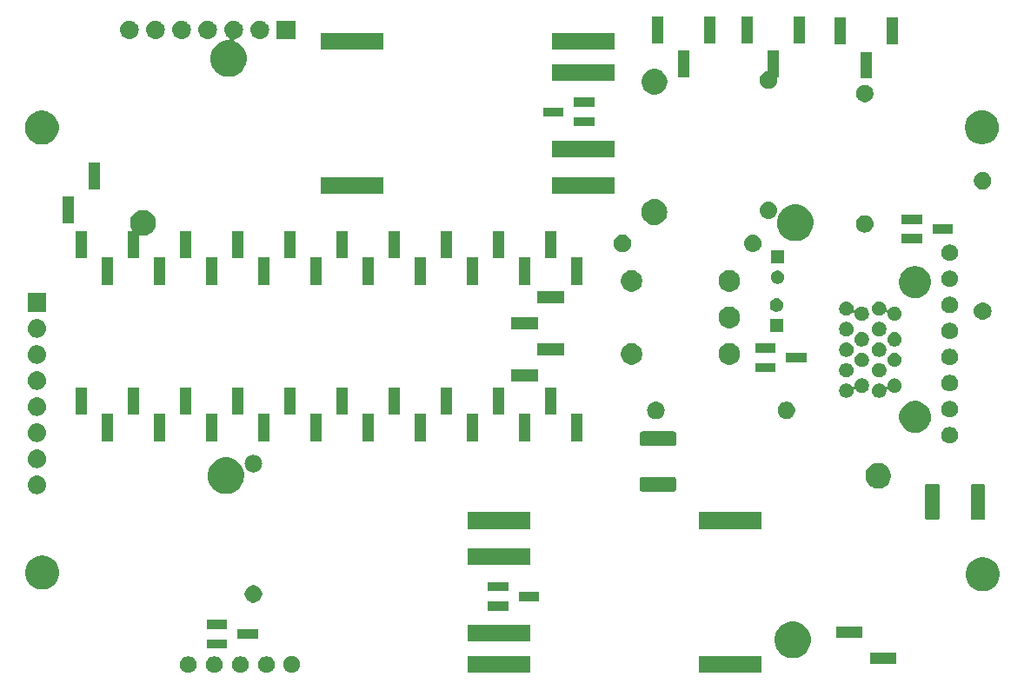
<source format=gbr>
G04 #@! TF.GenerationSoftware,KiCad,Pcbnew,(5.0.2)-1*
G04 #@! TF.CreationDate,2019-08-17T15:57:10+01:00*
G04 #@! TF.ProjectId,SoliCamb Rev 4 PCB,536f6c69-4361-46d6-9220-526576203420,rev?*
G04 #@! TF.SameCoordinates,Original*
G04 #@! TF.FileFunction,Soldermask,Top*
G04 #@! TF.FilePolarity,Negative*
%FSLAX46Y46*%
G04 Gerber Fmt 4.6, Leading zero omitted, Abs format (unit mm)*
G04 Created by KiCad (PCBNEW (5.0.2)-1) date 8/17/2019 3:57:10 PM*
%MOMM*%
%LPD*%
G01*
G04 APERTURE LIST*
%ADD10C,0.100000*%
G04 APERTURE END LIST*
D10*
G36*
X86851142Y-135870242D02*
X86999102Y-135931530D01*
X87132258Y-136020502D01*
X87245498Y-136133742D01*
X87334470Y-136266898D01*
X87395758Y-136414858D01*
X87427000Y-136571925D01*
X87427000Y-136732075D01*
X87395758Y-136889142D01*
X87334470Y-137037102D01*
X87245498Y-137170258D01*
X87132258Y-137283498D01*
X86999102Y-137372470D01*
X86851142Y-137433758D01*
X86694075Y-137465000D01*
X86533925Y-137465000D01*
X86376858Y-137433758D01*
X86228898Y-137372470D01*
X86095742Y-137283498D01*
X85982502Y-137170258D01*
X85893530Y-137037102D01*
X85832242Y-136889142D01*
X85801000Y-136732075D01*
X85801000Y-136571925D01*
X85832242Y-136414858D01*
X85893530Y-136266898D01*
X85982502Y-136133742D01*
X86095742Y-136020502D01*
X86228898Y-135931530D01*
X86376858Y-135870242D01*
X86533925Y-135839000D01*
X86694075Y-135839000D01*
X86851142Y-135870242D01*
X86851142Y-135870242D01*
G37*
G36*
X84311142Y-135870242D02*
X84459102Y-135931530D01*
X84592258Y-136020502D01*
X84705498Y-136133742D01*
X84794470Y-136266898D01*
X84855758Y-136414858D01*
X84887000Y-136571925D01*
X84887000Y-136732075D01*
X84855758Y-136889142D01*
X84794470Y-137037102D01*
X84705498Y-137170258D01*
X84592258Y-137283498D01*
X84459102Y-137372470D01*
X84311142Y-137433758D01*
X84154075Y-137465000D01*
X83993925Y-137465000D01*
X83836858Y-137433758D01*
X83688898Y-137372470D01*
X83555742Y-137283498D01*
X83442502Y-137170258D01*
X83353530Y-137037102D01*
X83292242Y-136889142D01*
X83261000Y-136732075D01*
X83261000Y-136571925D01*
X83292242Y-136414858D01*
X83353530Y-136266898D01*
X83442502Y-136133742D01*
X83555742Y-136020502D01*
X83688898Y-135931530D01*
X83836858Y-135870242D01*
X83993925Y-135839000D01*
X84154075Y-135839000D01*
X84311142Y-135870242D01*
X84311142Y-135870242D01*
G37*
G36*
X79231142Y-135870242D02*
X79379102Y-135931530D01*
X79512258Y-136020502D01*
X79625498Y-136133742D01*
X79714470Y-136266898D01*
X79775758Y-136414858D01*
X79807000Y-136571925D01*
X79807000Y-136732075D01*
X79775758Y-136889142D01*
X79714470Y-137037102D01*
X79625498Y-137170258D01*
X79512258Y-137283498D01*
X79379102Y-137372470D01*
X79231142Y-137433758D01*
X79074075Y-137465000D01*
X78913925Y-137465000D01*
X78756858Y-137433758D01*
X78608898Y-137372470D01*
X78475742Y-137283498D01*
X78362502Y-137170258D01*
X78273530Y-137037102D01*
X78212242Y-136889142D01*
X78181000Y-136732075D01*
X78181000Y-136571925D01*
X78212242Y-136414858D01*
X78273530Y-136266898D01*
X78362502Y-136133742D01*
X78475742Y-136020502D01*
X78608898Y-135931530D01*
X78756858Y-135870242D01*
X78913925Y-135839000D01*
X79074075Y-135839000D01*
X79231142Y-135870242D01*
X79231142Y-135870242D01*
G37*
G36*
X81771142Y-135870242D02*
X81919102Y-135931530D01*
X82052258Y-136020502D01*
X82165498Y-136133742D01*
X82254470Y-136266898D01*
X82315758Y-136414858D01*
X82347000Y-136571925D01*
X82347000Y-136732075D01*
X82315758Y-136889142D01*
X82254470Y-137037102D01*
X82165498Y-137170258D01*
X82052258Y-137283498D01*
X81919102Y-137372470D01*
X81771142Y-137433758D01*
X81614075Y-137465000D01*
X81453925Y-137465000D01*
X81296858Y-137433758D01*
X81148898Y-137372470D01*
X81015742Y-137283498D01*
X80902502Y-137170258D01*
X80813530Y-137037102D01*
X80752242Y-136889142D01*
X80721000Y-136732075D01*
X80721000Y-136571925D01*
X80752242Y-136414858D01*
X80813530Y-136266898D01*
X80902502Y-136133742D01*
X81015742Y-136020502D01*
X81148898Y-135931530D01*
X81296858Y-135870242D01*
X81453925Y-135839000D01*
X81614075Y-135839000D01*
X81771142Y-135870242D01*
X81771142Y-135870242D01*
G37*
G36*
X89311142Y-135830242D02*
X89459102Y-135891530D01*
X89518965Y-135931529D01*
X89540247Y-135945749D01*
X89592258Y-135980502D01*
X89705498Y-136093742D01*
X89794470Y-136226898D01*
X89855758Y-136374858D01*
X89887000Y-136531925D01*
X89887000Y-136692075D01*
X89855758Y-136849142D01*
X89794470Y-136997102D01*
X89705498Y-137130258D01*
X89592258Y-137243498D01*
X89459102Y-137332470D01*
X89311142Y-137393758D01*
X89154075Y-137425000D01*
X88993925Y-137425000D01*
X88836858Y-137393758D01*
X88688898Y-137332470D01*
X88555742Y-137243498D01*
X88442502Y-137130258D01*
X88353530Y-136997102D01*
X88292242Y-136849142D01*
X88261000Y-136692075D01*
X88261000Y-136531925D01*
X88292242Y-136374858D01*
X88353530Y-136226898D01*
X88442502Y-136093742D01*
X88555742Y-135980502D01*
X88607754Y-135945749D01*
X88629035Y-135931529D01*
X88688898Y-135891530D01*
X88836858Y-135830242D01*
X88993925Y-135799000D01*
X89154075Y-135799000D01*
X89311142Y-135830242D01*
X89311142Y-135830242D01*
G37*
G36*
X112351000Y-137413000D02*
X106249000Y-137413000D01*
X106249000Y-135787000D01*
X112351000Y-135787000D01*
X112351000Y-137413000D01*
X112351000Y-137413000D01*
G37*
G36*
X134851000Y-137413000D02*
X128749000Y-137413000D01*
X128749000Y-135787000D01*
X134851000Y-135787000D01*
X134851000Y-137413000D01*
X134851000Y-137413000D01*
G37*
G36*
X148006000Y-136551000D02*
X145394000Y-136551000D01*
X145394000Y-135449000D01*
X148006000Y-135449000D01*
X148006000Y-136551000D01*
X148006000Y-136551000D01*
G37*
G36*
X138394037Y-132530250D02*
X138394039Y-132530251D01*
X138394040Y-132530251D01*
X138717251Y-132664129D01*
X138717252Y-132664130D01*
X139008137Y-132858493D01*
X139255507Y-133105863D01*
X139255509Y-133105866D01*
X139449871Y-133396749D01*
X139583749Y-133719960D01*
X139652000Y-134063079D01*
X139652000Y-134412921D01*
X139583749Y-134756040D01*
X139449871Y-135079251D01*
X139449870Y-135079252D01*
X139255507Y-135370137D01*
X139008137Y-135617507D01*
X139008134Y-135617509D01*
X138717251Y-135811871D01*
X138394040Y-135945749D01*
X138394039Y-135945749D01*
X138394037Y-135945750D01*
X138050922Y-136014000D01*
X137701078Y-136014000D01*
X137357963Y-135945750D01*
X137357961Y-135945749D01*
X137357960Y-135945749D01*
X137034749Y-135811871D01*
X136743866Y-135617509D01*
X136743863Y-135617507D01*
X136496493Y-135370137D01*
X136302130Y-135079252D01*
X136302129Y-135079251D01*
X136168251Y-134756040D01*
X136100000Y-134412921D01*
X136100000Y-134063079D01*
X136168251Y-133719960D01*
X136302129Y-133396749D01*
X136496491Y-133105866D01*
X136496493Y-133105863D01*
X136743863Y-132858493D01*
X137034748Y-132664130D01*
X137034749Y-132664129D01*
X137357960Y-132530251D01*
X137357961Y-132530251D01*
X137357963Y-132530250D01*
X137701078Y-132462000D01*
X138050922Y-132462000D01*
X138394037Y-132530250D01*
X138394037Y-132530250D01*
G37*
G36*
X82789000Y-135071000D02*
X80787000Y-135071000D01*
X80787000Y-134169000D01*
X82789000Y-134169000D01*
X82789000Y-135071000D01*
X82789000Y-135071000D01*
G37*
G36*
X112351000Y-134413000D02*
X106249000Y-134413000D01*
X106249000Y-132787000D01*
X112351000Y-132787000D01*
X112351000Y-134413000D01*
X112351000Y-134413000D01*
G37*
G36*
X85789000Y-134121000D02*
X83787000Y-134121000D01*
X83787000Y-133219000D01*
X85789000Y-133219000D01*
X85789000Y-134121000D01*
X85789000Y-134121000D01*
G37*
G36*
X144696000Y-134011000D02*
X142084000Y-134011000D01*
X142084000Y-132909000D01*
X144696000Y-132909000D01*
X144696000Y-134011000D01*
X144696000Y-134011000D01*
G37*
G36*
X82789000Y-133171000D02*
X80787000Y-133171000D01*
X80787000Y-132269000D01*
X82789000Y-132269000D01*
X82789000Y-133171000D01*
X82789000Y-133171000D01*
G37*
G36*
X110201000Y-131401000D02*
X108199000Y-131401000D01*
X108199000Y-130499000D01*
X110201000Y-130499000D01*
X110201000Y-131401000D01*
X110201000Y-131401000D01*
G37*
G36*
X85598228Y-128941703D02*
X85753100Y-129005853D01*
X85892481Y-129098985D01*
X86011015Y-129217519D01*
X86104147Y-129356900D01*
X86168297Y-129511772D01*
X86201000Y-129676184D01*
X86201000Y-129843816D01*
X86168297Y-130008228D01*
X86104147Y-130163100D01*
X86011015Y-130302481D01*
X85892481Y-130421015D01*
X85753100Y-130514147D01*
X85598228Y-130578297D01*
X85433816Y-130611000D01*
X85266184Y-130611000D01*
X85101772Y-130578297D01*
X84946900Y-130514147D01*
X84807519Y-130421015D01*
X84688985Y-130302481D01*
X84595853Y-130163100D01*
X84531703Y-130008228D01*
X84499000Y-129843816D01*
X84499000Y-129676184D01*
X84531703Y-129511772D01*
X84595853Y-129356900D01*
X84688985Y-129217519D01*
X84807519Y-129098985D01*
X84946900Y-129005853D01*
X85101772Y-128941703D01*
X85266184Y-128909000D01*
X85433816Y-128909000D01*
X85598228Y-128941703D01*
X85598228Y-128941703D01*
G37*
G36*
X113201000Y-130451000D02*
X111199000Y-130451000D01*
X111199000Y-129549000D01*
X113201000Y-129549000D01*
X113201000Y-130451000D01*
X113201000Y-130451000D01*
G37*
G36*
X110201000Y-129501000D02*
X108199000Y-129501000D01*
X108199000Y-128599000D01*
X110201000Y-128599000D01*
X110201000Y-129501000D01*
X110201000Y-129501000D01*
G37*
G36*
X156755256Y-126231298D02*
X156861579Y-126252447D01*
X157162042Y-126376903D01*
X157428852Y-126555180D01*
X157432454Y-126557587D01*
X157662413Y-126787546D01*
X157843098Y-127057960D01*
X157967553Y-127358422D01*
X158031000Y-127677389D01*
X158031000Y-128002611D01*
X157967553Y-128321578D01*
X157843098Y-128622040D01*
X157662413Y-128892454D01*
X157432454Y-129122413D01*
X157432451Y-129122415D01*
X157162042Y-129303097D01*
X156861579Y-129427553D01*
X156755256Y-129448702D01*
X156542611Y-129491000D01*
X156217389Y-129491000D01*
X156004744Y-129448702D01*
X155898421Y-129427553D01*
X155597958Y-129303097D01*
X155327549Y-129122415D01*
X155327546Y-129122413D01*
X155097587Y-128892454D01*
X154916902Y-128622040D01*
X154792447Y-128321578D01*
X154729000Y-128002611D01*
X154729000Y-127677389D01*
X154792447Y-127358422D01*
X154916902Y-127057960D01*
X155097587Y-126787546D01*
X155327546Y-126557587D01*
X155331148Y-126555180D01*
X155597958Y-126376903D01*
X155898421Y-126252447D01*
X156004744Y-126231298D01*
X156217389Y-126189000D01*
X156542611Y-126189000D01*
X156755256Y-126231298D01*
X156755256Y-126231298D01*
G37*
G36*
X65155256Y-126071298D02*
X65261579Y-126092447D01*
X65562042Y-126216903D01*
X65615237Y-126252447D01*
X65832454Y-126397587D01*
X66062413Y-126627546D01*
X66243098Y-126897960D01*
X66367553Y-127198422D01*
X66431000Y-127517389D01*
X66431000Y-127842611D01*
X66367553Y-128161578D01*
X66243098Y-128462040D01*
X66062413Y-128732454D01*
X65832454Y-128962413D01*
X65832451Y-128962415D01*
X65562042Y-129143097D01*
X65261579Y-129267553D01*
X65155256Y-129288702D01*
X64942611Y-129331000D01*
X64617389Y-129331000D01*
X64404744Y-129288702D01*
X64298421Y-129267553D01*
X63997958Y-129143097D01*
X63727549Y-128962415D01*
X63727546Y-128962413D01*
X63497587Y-128732454D01*
X63316902Y-128462040D01*
X63192447Y-128161578D01*
X63129000Y-127842611D01*
X63129000Y-127517389D01*
X63192447Y-127198422D01*
X63316902Y-126897960D01*
X63497587Y-126627546D01*
X63727546Y-126397587D01*
X63944763Y-126252447D01*
X63997958Y-126216903D01*
X64298421Y-126092447D01*
X64404744Y-126071298D01*
X64617389Y-126029000D01*
X64942611Y-126029000D01*
X65155256Y-126071298D01*
X65155256Y-126071298D01*
G37*
G36*
X112351000Y-126913000D02*
X106249000Y-126913000D01*
X106249000Y-125287000D01*
X112351000Y-125287000D01*
X112351000Y-126913000D01*
X112351000Y-126913000D01*
G37*
G36*
X112351000Y-123413000D02*
X106249000Y-123413000D01*
X106249000Y-121787000D01*
X112351000Y-121787000D01*
X112351000Y-123413000D01*
X112351000Y-123413000D01*
G37*
G36*
X134851000Y-123413000D02*
X128749000Y-123413000D01*
X128749000Y-121787000D01*
X134851000Y-121787000D01*
X134851000Y-123413000D01*
X134851000Y-123413000D01*
G37*
G36*
X156470782Y-119053295D02*
X156506815Y-119064226D01*
X156540028Y-119081979D01*
X156569134Y-119105866D01*
X156593021Y-119134972D01*
X156610774Y-119168185D01*
X156621705Y-119204218D01*
X156626000Y-119247830D01*
X156626000Y-122352170D01*
X156621705Y-122395782D01*
X156610774Y-122431815D01*
X156593021Y-122465028D01*
X156569134Y-122494134D01*
X156540028Y-122518021D01*
X156506815Y-122535774D01*
X156470782Y-122546705D01*
X156427170Y-122551000D01*
X155422830Y-122551000D01*
X155379218Y-122546705D01*
X155343185Y-122535774D01*
X155309972Y-122518021D01*
X155280866Y-122494134D01*
X155256979Y-122465028D01*
X155239226Y-122431815D01*
X155228295Y-122395782D01*
X155224000Y-122352170D01*
X155224000Y-119247830D01*
X155228295Y-119204218D01*
X155239226Y-119168185D01*
X155256979Y-119134972D01*
X155280866Y-119105866D01*
X155309972Y-119081979D01*
X155343185Y-119064226D01*
X155379218Y-119053295D01*
X155422830Y-119049000D01*
X156427170Y-119049000D01*
X156470782Y-119053295D01*
X156470782Y-119053295D01*
G37*
G36*
X152020782Y-119053295D02*
X152056815Y-119064226D01*
X152090028Y-119081979D01*
X152119134Y-119105866D01*
X152143021Y-119134972D01*
X152160774Y-119168185D01*
X152171705Y-119204218D01*
X152176000Y-119247830D01*
X152176000Y-122352170D01*
X152171705Y-122395782D01*
X152160774Y-122431815D01*
X152143021Y-122465028D01*
X152119134Y-122494134D01*
X152090028Y-122518021D01*
X152056815Y-122535774D01*
X152020782Y-122546705D01*
X151977170Y-122551000D01*
X150972830Y-122551000D01*
X150929218Y-122546705D01*
X150893185Y-122535774D01*
X150859972Y-122518021D01*
X150830866Y-122494134D01*
X150806979Y-122465028D01*
X150789226Y-122431815D01*
X150778295Y-122395782D01*
X150774000Y-122352170D01*
X150774000Y-119247830D01*
X150778295Y-119204218D01*
X150789226Y-119168185D01*
X150806979Y-119134972D01*
X150830866Y-119105866D01*
X150859972Y-119081979D01*
X150893185Y-119064226D01*
X150929218Y-119053295D01*
X150972830Y-119049000D01*
X151977170Y-119049000D01*
X152020782Y-119053295D01*
X152020782Y-119053295D01*
G37*
G36*
X64372442Y-118231518D02*
X64438627Y-118238037D01*
X64551853Y-118272384D01*
X64608467Y-118289557D01*
X64741602Y-118360720D01*
X64764991Y-118373222D01*
X64778344Y-118384181D01*
X64902186Y-118485814D01*
X64951117Y-118545438D01*
X65014778Y-118623009D01*
X65014779Y-118623011D01*
X65098443Y-118779533D01*
X65098443Y-118779534D01*
X65149963Y-118949373D01*
X65167359Y-119126000D01*
X65149963Y-119302627D01*
X65145113Y-119318615D01*
X65098443Y-119472467D01*
X65049525Y-119563984D01*
X65014778Y-119628991D01*
X64988365Y-119661175D01*
X64902186Y-119766186D01*
X64800729Y-119849448D01*
X64764991Y-119878778D01*
X64764989Y-119878779D01*
X64608467Y-119962443D01*
X64551853Y-119979616D01*
X64438627Y-120013963D01*
X64372442Y-120020482D01*
X64306260Y-120027000D01*
X64217740Y-120027000D01*
X64151558Y-120020482D01*
X64085373Y-120013963D01*
X63972147Y-119979616D01*
X63915533Y-119962443D01*
X63759011Y-119878779D01*
X63759009Y-119878778D01*
X63723271Y-119849448D01*
X63621814Y-119766186D01*
X63535635Y-119661175D01*
X63509222Y-119628991D01*
X63474475Y-119563984D01*
X63425557Y-119472467D01*
X63378887Y-119318615D01*
X63374037Y-119302627D01*
X63356641Y-119126000D01*
X63374037Y-118949373D01*
X63425557Y-118779534D01*
X63425557Y-118779533D01*
X63509221Y-118623011D01*
X63509222Y-118623009D01*
X63572883Y-118545438D01*
X63621814Y-118485814D01*
X63745656Y-118384181D01*
X63759009Y-118373222D01*
X63782398Y-118360720D01*
X63915533Y-118289557D01*
X63972147Y-118272384D01*
X64085373Y-118238037D01*
X64151558Y-118231518D01*
X64217740Y-118225000D01*
X64306260Y-118225000D01*
X64372442Y-118231518D01*
X64372442Y-118231518D01*
G37*
G36*
X83194037Y-116530250D02*
X83194039Y-116530251D01*
X83194040Y-116530251D01*
X83517251Y-116664129D01*
X83804213Y-116855871D01*
X83808137Y-116858493D01*
X84055507Y-117105863D01*
X84055509Y-117105866D01*
X84249871Y-117396749D01*
X84383749Y-117719960D01*
X84383750Y-117719963D01*
X84452000Y-118063078D01*
X84452000Y-118412922D01*
X84405118Y-118648615D01*
X84383749Y-118756040D01*
X84249871Y-119079251D01*
X84137230Y-119247830D01*
X84055507Y-119370137D01*
X83808137Y-119617507D01*
X83808134Y-119617509D01*
X83517251Y-119811871D01*
X83194040Y-119945749D01*
X83194039Y-119945749D01*
X83194037Y-119945750D01*
X82850922Y-120014000D01*
X82501078Y-120014000D01*
X82157963Y-119945750D01*
X82157961Y-119945749D01*
X82157960Y-119945749D01*
X81834749Y-119811871D01*
X81543866Y-119617509D01*
X81543863Y-119617507D01*
X81296493Y-119370137D01*
X81214770Y-119247830D01*
X81102129Y-119079251D01*
X80968251Y-118756040D01*
X80946883Y-118648615D01*
X80900000Y-118412922D01*
X80900000Y-118063078D01*
X80968250Y-117719963D01*
X80968251Y-117719960D01*
X81102129Y-117396749D01*
X81296491Y-117105866D01*
X81296493Y-117105863D01*
X81543863Y-116858493D01*
X81547787Y-116855871D01*
X81834749Y-116664129D01*
X82157960Y-116530251D01*
X82157961Y-116530251D01*
X82157963Y-116530250D01*
X82501078Y-116462000D01*
X82850922Y-116462000D01*
X83194037Y-116530250D01*
X83194037Y-116530250D01*
G37*
G36*
X126355782Y-118383295D02*
X126391815Y-118394226D01*
X126425028Y-118411979D01*
X126454134Y-118435866D01*
X126478021Y-118464972D01*
X126495774Y-118498185D01*
X126506705Y-118534218D01*
X126511000Y-118577830D01*
X126511000Y-119582170D01*
X126506705Y-119625782D01*
X126495774Y-119661815D01*
X126478021Y-119695028D01*
X126454134Y-119724134D01*
X126425028Y-119748021D01*
X126391815Y-119765774D01*
X126355782Y-119776705D01*
X126312170Y-119781000D01*
X123207830Y-119781000D01*
X123164218Y-119776705D01*
X123128185Y-119765774D01*
X123094972Y-119748021D01*
X123065866Y-119724134D01*
X123041979Y-119695028D01*
X123024226Y-119661815D01*
X123013295Y-119625782D01*
X123009000Y-119582170D01*
X123009000Y-118577830D01*
X123013295Y-118534218D01*
X123024226Y-118498185D01*
X123041979Y-118464972D01*
X123065866Y-118435866D01*
X123094972Y-118411979D01*
X123128185Y-118394226D01*
X123164218Y-118383295D01*
X123207830Y-118379000D01*
X126312170Y-118379000D01*
X126355782Y-118383295D01*
X126355782Y-118383295D01*
G37*
G36*
X146569443Y-117039882D02*
X146796203Y-117133809D01*
X146878167Y-117188576D01*
X147000279Y-117270168D01*
X147173832Y-117443721D01*
X147234874Y-117535078D01*
X147310191Y-117647797D01*
X147404118Y-117874557D01*
X147452000Y-118115278D01*
X147452000Y-118360722D01*
X147404118Y-118601443D01*
X147310191Y-118828203D01*
X147255424Y-118910167D01*
X147173832Y-119032279D01*
X147000279Y-119205832D01*
X146878167Y-119287424D01*
X146796203Y-119342191D01*
X146569443Y-119436118D01*
X146328722Y-119484000D01*
X146083278Y-119484000D01*
X145842557Y-119436118D01*
X145615797Y-119342191D01*
X145533833Y-119287424D01*
X145411721Y-119205832D01*
X145238168Y-119032279D01*
X145156576Y-118910167D01*
X145101809Y-118828203D01*
X145007882Y-118601443D01*
X144960000Y-118360722D01*
X144960000Y-118115278D01*
X145007882Y-117874557D01*
X145101809Y-117647797D01*
X145177126Y-117535078D01*
X145238168Y-117443721D01*
X145411721Y-117270168D01*
X145533833Y-117188576D01*
X145615797Y-117133809D01*
X145842557Y-117039882D01*
X146083278Y-116992000D01*
X146328722Y-116992000D01*
X146569443Y-117039882D01*
X146569443Y-117039882D01*
G37*
G36*
X85516821Y-116221313D02*
X85516824Y-116221314D01*
X85516825Y-116221314D01*
X85677239Y-116269975D01*
X85677241Y-116269976D01*
X85677244Y-116269977D01*
X85825078Y-116348995D01*
X85954659Y-116455341D01*
X86061005Y-116584922D01*
X86140023Y-116732756D01*
X86140024Y-116732759D01*
X86140025Y-116732761D01*
X86178165Y-116858493D01*
X86188687Y-116893179D01*
X86205117Y-117060000D01*
X86188687Y-117226821D01*
X86140023Y-117387244D01*
X86061005Y-117535078D01*
X85954659Y-117664659D01*
X85825078Y-117771005D01*
X85677244Y-117850023D01*
X85677241Y-117850024D01*
X85677239Y-117850025D01*
X85516825Y-117898686D01*
X85516824Y-117898686D01*
X85516821Y-117898687D01*
X85391804Y-117911000D01*
X85308196Y-117911000D01*
X85183179Y-117898687D01*
X85183176Y-117898686D01*
X85183175Y-117898686D01*
X85022761Y-117850025D01*
X85022759Y-117850024D01*
X85022756Y-117850023D01*
X84874922Y-117771005D01*
X84745341Y-117664659D01*
X84638995Y-117535078D01*
X84559977Y-117387244D01*
X84511313Y-117226821D01*
X84494883Y-117060000D01*
X84511313Y-116893179D01*
X84521835Y-116858493D01*
X84559975Y-116732761D01*
X84559976Y-116732759D01*
X84559977Y-116732756D01*
X84638995Y-116584922D01*
X84745341Y-116455341D01*
X84874922Y-116348995D01*
X85022756Y-116269977D01*
X85022759Y-116269976D01*
X85022761Y-116269975D01*
X85183175Y-116221314D01*
X85183176Y-116221314D01*
X85183179Y-116221313D01*
X85308196Y-116209000D01*
X85391804Y-116209000D01*
X85516821Y-116221313D01*
X85516821Y-116221313D01*
G37*
G36*
X64372443Y-115691519D02*
X64438627Y-115698037D01*
X64551853Y-115732384D01*
X64608467Y-115749557D01*
X64747087Y-115823652D01*
X64764991Y-115833222D01*
X64800729Y-115862552D01*
X64902186Y-115945814D01*
X64985448Y-116047271D01*
X65014778Y-116083009D01*
X65014779Y-116083011D01*
X65098443Y-116239533D01*
X65098443Y-116239534D01*
X65149963Y-116409373D01*
X65167359Y-116586000D01*
X65149963Y-116762627D01*
X65120883Y-116858491D01*
X65098443Y-116932467D01*
X65066621Y-116992000D01*
X65014778Y-117088991D01*
X65000931Y-117105863D01*
X64902186Y-117226186D01*
X64800729Y-117309448D01*
X64764991Y-117338778D01*
X64764989Y-117338779D01*
X64608467Y-117422443D01*
X64551853Y-117439616D01*
X64438627Y-117473963D01*
X64372442Y-117480482D01*
X64306260Y-117487000D01*
X64217740Y-117487000D01*
X64151558Y-117480482D01*
X64085373Y-117473963D01*
X63972147Y-117439616D01*
X63915533Y-117422443D01*
X63759011Y-117338779D01*
X63759009Y-117338778D01*
X63723271Y-117309448D01*
X63621814Y-117226186D01*
X63523069Y-117105863D01*
X63509222Y-117088991D01*
X63457379Y-116992000D01*
X63425557Y-116932467D01*
X63403117Y-116858491D01*
X63374037Y-116762627D01*
X63356641Y-116586000D01*
X63374037Y-116409373D01*
X63425557Y-116239534D01*
X63425557Y-116239533D01*
X63509221Y-116083011D01*
X63509222Y-116083009D01*
X63538552Y-116047271D01*
X63621814Y-115945814D01*
X63723271Y-115862552D01*
X63759009Y-115833222D01*
X63776913Y-115823652D01*
X63915533Y-115749557D01*
X63972147Y-115732384D01*
X64085373Y-115698037D01*
X64151557Y-115691519D01*
X64217740Y-115685000D01*
X64306260Y-115685000D01*
X64372443Y-115691519D01*
X64372443Y-115691519D01*
G37*
G36*
X126355782Y-113933295D02*
X126391815Y-113944226D01*
X126425028Y-113961979D01*
X126454134Y-113985866D01*
X126478021Y-114014972D01*
X126495774Y-114048185D01*
X126506705Y-114084218D01*
X126511000Y-114127830D01*
X126511000Y-115132170D01*
X126506705Y-115175782D01*
X126495774Y-115211815D01*
X126478021Y-115245028D01*
X126454134Y-115274134D01*
X126425028Y-115298021D01*
X126391815Y-115315774D01*
X126355782Y-115326705D01*
X126312170Y-115331000D01*
X123207830Y-115331000D01*
X123164218Y-115326705D01*
X123128185Y-115315774D01*
X123094972Y-115298021D01*
X123065866Y-115274134D01*
X123041979Y-115245028D01*
X123024226Y-115211815D01*
X123013295Y-115175782D01*
X123009000Y-115132170D01*
X123009000Y-114127830D01*
X123013295Y-114084218D01*
X123024226Y-114048185D01*
X123041979Y-114014972D01*
X123065866Y-113985866D01*
X123094972Y-113961979D01*
X123128185Y-113944226D01*
X123164218Y-113933295D01*
X123207830Y-113929000D01*
X126312170Y-113929000D01*
X126355782Y-113933295D01*
X126355782Y-113933295D01*
G37*
G36*
X153399142Y-113518242D02*
X153547102Y-113579530D01*
X153680258Y-113668502D01*
X153793498Y-113781742D01*
X153882470Y-113914898D01*
X153943758Y-114062858D01*
X153975000Y-114219925D01*
X153975000Y-114380075D01*
X153943758Y-114537142D01*
X153882470Y-114685102D01*
X153837683Y-114752130D01*
X153806514Y-114798779D01*
X153793498Y-114818258D01*
X153680258Y-114931498D01*
X153547102Y-115020470D01*
X153399142Y-115081758D01*
X153242075Y-115113000D01*
X153081925Y-115113000D01*
X152924858Y-115081758D01*
X152776898Y-115020470D01*
X152643742Y-114931498D01*
X152530502Y-114818258D01*
X152517487Y-114798779D01*
X152486317Y-114752130D01*
X152441530Y-114685102D01*
X152380242Y-114537142D01*
X152349000Y-114380075D01*
X152349000Y-114219925D01*
X152380242Y-114062858D01*
X152441530Y-113914898D01*
X152530502Y-113781742D01*
X152643742Y-113668502D01*
X152776898Y-113579530D01*
X152924858Y-113518242D01*
X153081925Y-113487000D01*
X153242075Y-113487000D01*
X153399142Y-113518242D01*
X153399142Y-113518242D01*
G37*
G36*
X64372442Y-113151518D02*
X64438627Y-113158037D01*
X64551853Y-113192384D01*
X64608467Y-113209557D01*
X64674165Y-113244674D01*
X64764991Y-113293222D01*
X64800729Y-113322552D01*
X64902186Y-113405814D01*
X64978420Y-113498707D01*
X65014778Y-113543009D01*
X65014779Y-113543011D01*
X65098443Y-113699533D01*
X65098443Y-113699534D01*
X65149963Y-113869373D01*
X65167359Y-114046000D01*
X65149963Y-114222627D01*
X65115616Y-114335853D01*
X65098443Y-114392467D01*
X65024348Y-114531087D01*
X65014778Y-114548991D01*
X64985448Y-114584729D01*
X64902186Y-114686186D01*
X64800729Y-114769448D01*
X64764991Y-114798778D01*
X64764989Y-114798779D01*
X64608467Y-114882443D01*
X64551853Y-114899616D01*
X64438627Y-114933963D01*
X64372442Y-114940482D01*
X64306260Y-114947000D01*
X64217740Y-114947000D01*
X64151558Y-114940482D01*
X64085373Y-114933963D01*
X63972147Y-114899616D01*
X63915533Y-114882443D01*
X63759011Y-114798779D01*
X63759009Y-114798778D01*
X63723271Y-114769448D01*
X63621814Y-114686186D01*
X63538552Y-114584729D01*
X63509222Y-114548991D01*
X63499652Y-114531087D01*
X63425557Y-114392467D01*
X63408384Y-114335853D01*
X63374037Y-114222627D01*
X63356641Y-114046000D01*
X63374037Y-113869373D01*
X63425557Y-113699534D01*
X63425557Y-113699533D01*
X63509221Y-113543011D01*
X63509222Y-113543009D01*
X63545580Y-113498707D01*
X63621814Y-113405814D01*
X63723271Y-113322552D01*
X63759009Y-113293222D01*
X63849835Y-113244674D01*
X63915533Y-113209557D01*
X63972147Y-113192384D01*
X64085373Y-113158037D01*
X64151558Y-113151518D01*
X64217740Y-113145000D01*
X64306260Y-113145000D01*
X64372442Y-113151518D01*
X64372442Y-113151518D01*
G37*
G36*
X76776000Y-114874000D02*
X75624000Y-114874000D01*
X75624000Y-112222000D01*
X76776000Y-112222000D01*
X76776000Y-114874000D01*
X76776000Y-114874000D01*
G37*
G36*
X86936000Y-114874000D02*
X85784000Y-114874000D01*
X85784000Y-112222000D01*
X86936000Y-112222000D01*
X86936000Y-114874000D01*
X86936000Y-114874000D01*
G37*
G36*
X102176000Y-114874000D02*
X101024000Y-114874000D01*
X101024000Y-112222000D01*
X102176000Y-112222000D01*
X102176000Y-114874000D01*
X102176000Y-114874000D01*
G37*
G36*
X107256000Y-114874000D02*
X106104000Y-114874000D01*
X106104000Y-112222000D01*
X107256000Y-112222000D01*
X107256000Y-114874000D01*
X107256000Y-114874000D01*
G37*
G36*
X112336000Y-114874000D02*
X111184000Y-114874000D01*
X111184000Y-112222000D01*
X112336000Y-112222000D01*
X112336000Y-114874000D01*
X112336000Y-114874000D01*
G37*
G36*
X92016000Y-114874000D02*
X90864000Y-114874000D01*
X90864000Y-112222000D01*
X92016000Y-112222000D01*
X92016000Y-114874000D01*
X92016000Y-114874000D01*
G37*
G36*
X117416000Y-114874000D02*
X116264000Y-114874000D01*
X116264000Y-112222000D01*
X117416000Y-112222000D01*
X117416000Y-114874000D01*
X117416000Y-114874000D01*
G37*
G36*
X97096000Y-114874000D02*
X95944000Y-114874000D01*
X95944000Y-112222000D01*
X97096000Y-112222000D01*
X97096000Y-114874000D01*
X97096000Y-114874000D01*
G37*
G36*
X81856000Y-114874000D02*
X80704000Y-114874000D01*
X80704000Y-112222000D01*
X81856000Y-112222000D01*
X81856000Y-114874000D01*
X81856000Y-114874000D01*
G37*
G36*
X71696000Y-114874000D02*
X70544000Y-114874000D01*
X70544000Y-112222000D01*
X71696000Y-112222000D01*
X71696000Y-114874000D01*
X71696000Y-114874000D01*
G37*
G36*
X150162527Y-110998736D02*
X150262410Y-111018604D01*
X150544674Y-111135521D01*
X150798705Y-111305259D01*
X151014741Y-111521295D01*
X151184479Y-111775326D01*
X151301396Y-112057590D01*
X151301396Y-112057591D01*
X151361000Y-112357238D01*
X151361000Y-112662762D01*
X151321264Y-112862527D01*
X151301396Y-112962410D01*
X151184479Y-113244674D01*
X151014741Y-113498705D01*
X150798705Y-113714741D01*
X150544674Y-113884479D01*
X150262410Y-114001396D01*
X150162527Y-114021264D01*
X149962762Y-114061000D01*
X149657238Y-114061000D01*
X149457473Y-114021264D01*
X149357590Y-114001396D01*
X149075326Y-113884479D01*
X148821295Y-113714741D01*
X148605259Y-113498705D01*
X148435521Y-113244674D01*
X148318604Y-112962410D01*
X148298736Y-112862527D01*
X148259000Y-112662762D01*
X148259000Y-112357238D01*
X148318604Y-112057591D01*
X148318604Y-112057590D01*
X148435521Y-111775326D01*
X148605259Y-111521295D01*
X148821295Y-111305259D01*
X149075326Y-111135521D01*
X149357590Y-111018604D01*
X149457473Y-110998736D01*
X149657238Y-110959000D01*
X149962762Y-110959000D01*
X150162527Y-110998736D01*
X150162527Y-110998736D01*
G37*
G36*
X137508228Y-111051703D02*
X137663100Y-111115853D01*
X137802481Y-111208985D01*
X137921015Y-111327519D01*
X138014147Y-111466900D01*
X138078297Y-111621772D01*
X138111000Y-111786184D01*
X138111000Y-111953816D01*
X138078297Y-112118228D01*
X138014147Y-112273100D01*
X137921015Y-112412481D01*
X137802481Y-112531015D01*
X137663100Y-112624147D01*
X137508228Y-112688297D01*
X137343816Y-112721000D01*
X137176184Y-112721000D01*
X137011772Y-112688297D01*
X136856900Y-112624147D01*
X136717519Y-112531015D01*
X136598985Y-112412481D01*
X136505853Y-112273100D01*
X136441703Y-112118228D01*
X136409000Y-111953816D01*
X136409000Y-111786184D01*
X136441703Y-111621772D01*
X136505853Y-111466900D01*
X136598985Y-111327519D01*
X136717519Y-111208985D01*
X136856900Y-111115853D01*
X137011772Y-111051703D01*
X137176184Y-111019000D01*
X137343816Y-111019000D01*
X137508228Y-111051703D01*
X137508228Y-111051703D01*
G37*
G36*
X124726821Y-111031313D02*
X124726824Y-111031314D01*
X124726825Y-111031314D01*
X124887239Y-111079975D01*
X124887241Y-111079976D01*
X124887244Y-111079977D01*
X125035078Y-111158995D01*
X125164659Y-111265341D01*
X125271005Y-111394922D01*
X125350023Y-111542756D01*
X125350024Y-111542759D01*
X125350025Y-111542761D01*
X125392452Y-111682625D01*
X125398687Y-111703179D01*
X125415117Y-111870000D01*
X125398687Y-112036821D01*
X125398686Y-112036824D01*
X125398686Y-112036825D01*
X125365512Y-112146186D01*
X125350023Y-112197244D01*
X125271005Y-112345078D01*
X125164659Y-112474659D01*
X125035078Y-112581005D01*
X124887244Y-112660023D01*
X124887241Y-112660024D01*
X124887239Y-112660025D01*
X124726825Y-112708686D01*
X124726824Y-112708686D01*
X124726821Y-112708687D01*
X124601804Y-112721000D01*
X124518196Y-112721000D01*
X124393179Y-112708687D01*
X124393176Y-112708686D01*
X124393175Y-112708686D01*
X124232761Y-112660025D01*
X124232759Y-112660024D01*
X124232756Y-112660023D01*
X124084922Y-112581005D01*
X123955341Y-112474659D01*
X123848995Y-112345078D01*
X123769977Y-112197244D01*
X123754489Y-112146186D01*
X123721314Y-112036825D01*
X123721314Y-112036824D01*
X123721313Y-112036821D01*
X123704883Y-111870000D01*
X123721313Y-111703179D01*
X123727548Y-111682625D01*
X123769975Y-111542761D01*
X123769976Y-111542759D01*
X123769977Y-111542756D01*
X123848995Y-111394922D01*
X123955341Y-111265341D01*
X124084922Y-111158995D01*
X124232756Y-111079977D01*
X124232759Y-111079976D01*
X124232761Y-111079975D01*
X124393175Y-111031314D01*
X124393176Y-111031314D01*
X124393179Y-111031313D01*
X124518196Y-111019000D01*
X124601804Y-111019000D01*
X124726821Y-111031313D01*
X124726821Y-111031313D01*
G37*
G36*
X153399142Y-110978242D02*
X153547102Y-111039530D01*
X153607632Y-111079975D01*
X153680257Y-111128501D01*
X153793499Y-111241743D01*
X153835939Y-111305259D01*
X153882470Y-111374898D01*
X153943758Y-111522858D01*
X153975000Y-111679925D01*
X153975000Y-111840075D01*
X153943758Y-111997142D01*
X153882470Y-112145102D01*
X153847633Y-112197239D01*
X153796945Y-112273100D01*
X153793498Y-112278258D01*
X153680258Y-112391498D01*
X153547102Y-112480470D01*
X153399142Y-112541758D01*
X153242075Y-112573000D01*
X153081925Y-112573000D01*
X152924858Y-112541758D01*
X152776898Y-112480470D01*
X152643742Y-112391498D01*
X152530502Y-112278258D01*
X152527056Y-112273100D01*
X152476367Y-112197239D01*
X152441530Y-112145102D01*
X152380242Y-111997142D01*
X152349000Y-111840075D01*
X152349000Y-111679925D01*
X152380242Y-111522858D01*
X152441530Y-111374898D01*
X152488061Y-111305259D01*
X152530501Y-111241743D01*
X152643743Y-111128501D01*
X152716368Y-111079975D01*
X152776898Y-111039530D01*
X152924858Y-110978242D01*
X153081925Y-110947000D01*
X153242075Y-110947000D01*
X153399142Y-110978242D01*
X153399142Y-110978242D01*
G37*
G36*
X64372443Y-110611519D02*
X64438627Y-110618037D01*
X64547292Y-110651000D01*
X64608467Y-110669557D01*
X64747087Y-110743652D01*
X64764991Y-110753222D01*
X64800729Y-110782552D01*
X64902186Y-110865814D01*
X64985448Y-110967271D01*
X65014778Y-111003009D01*
X65014779Y-111003011D01*
X65098443Y-111159533D01*
X65098443Y-111159534D01*
X65149963Y-111329373D01*
X65167359Y-111506000D01*
X65149963Y-111682627D01*
X65118549Y-111786184D01*
X65098443Y-111852467D01*
X65089071Y-111870000D01*
X65014778Y-112008991D01*
X64991938Y-112036821D01*
X64902186Y-112146186D01*
X64809805Y-112222000D01*
X64764991Y-112258778D01*
X64764989Y-112258779D01*
X64608467Y-112342443D01*
X64599780Y-112345078D01*
X64438627Y-112393963D01*
X64372443Y-112400481D01*
X64306260Y-112407000D01*
X64217740Y-112407000D01*
X64151557Y-112400481D01*
X64085373Y-112393963D01*
X63924220Y-112345078D01*
X63915533Y-112342443D01*
X63759011Y-112258779D01*
X63759009Y-112258778D01*
X63714195Y-112222000D01*
X63621814Y-112146186D01*
X63532062Y-112036821D01*
X63509222Y-112008991D01*
X63434929Y-111870000D01*
X63425557Y-111852467D01*
X63405451Y-111786184D01*
X63374037Y-111682627D01*
X63356641Y-111506000D01*
X63374037Y-111329373D01*
X63425557Y-111159534D01*
X63425557Y-111159533D01*
X63509221Y-111003011D01*
X63509222Y-111003009D01*
X63538552Y-110967271D01*
X63621814Y-110865814D01*
X63723271Y-110782552D01*
X63759009Y-110753222D01*
X63776913Y-110743652D01*
X63915533Y-110669557D01*
X63976708Y-110651000D01*
X64085373Y-110618037D01*
X64151557Y-110611519D01*
X64217740Y-110605000D01*
X64306260Y-110605000D01*
X64372443Y-110611519D01*
X64372443Y-110611519D01*
G37*
G36*
X74236000Y-112319000D02*
X73084000Y-112319000D01*
X73084000Y-109667000D01*
X74236000Y-109667000D01*
X74236000Y-112319000D01*
X74236000Y-112319000D01*
G37*
G36*
X69156000Y-112319000D02*
X68004000Y-112319000D01*
X68004000Y-109667000D01*
X69156000Y-109667000D01*
X69156000Y-112319000D01*
X69156000Y-112319000D01*
G37*
G36*
X84396000Y-112319000D02*
X83244000Y-112319000D01*
X83244000Y-109667000D01*
X84396000Y-109667000D01*
X84396000Y-112319000D01*
X84396000Y-112319000D01*
G37*
G36*
X94556000Y-112319000D02*
X93404000Y-112319000D01*
X93404000Y-109667000D01*
X94556000Y-109667000D01*
X94556000Y-112319000D01*
X94556000Y-112319000D01*
G37*
G36*
X114876000Y-112319000D02*
X113724000Y-112319000D01*
X113724000Y-109667000D01*
X114876000Y-109667000D01*
X114876000Y-112319000D01*
X114876000Y-112319000D01*
G37*
G36*
X104716000Y-112319000D02*
X103564000Y-112319000D01*
X103564000Y-109667000D01*
X104716000Y-109667000D01*
X104716000Y-112319000D01*
X104716000Y-112319000D01*
G37*
G36*
X79316000Y-112319000D02*
X78164000Y-112319000D01*
X78164000Y-109667000D01*
X79316000Y-109667000D01*
X79316000Y-112319000D01*
X79316000Y-112319000D01*
G37*
G36*
X89476000Y-112319000D02*
X88324000Y-112319000D01*
X88324000Y-109667000D01*
X89476000Y-109667000D01*
X89476000Y-112319000D01*
X89476000Y-112319000D01*
G37*
G36*
X99636000Y-112319000D02*
X98484000Y-112319000D01*
X98484000Y-109667000D01*
X99636000Y-109667000D01*
X99636000Y-112319000D01*
X99636000Y-112319000D01*
G37*
G36*
X109796000Y-112319000D02*
X108644000Y-112319000D01*
X108644000Y-109667000D01*
X109796000Y-109667000D01*
X109796000Y-112319000D01*
X109796000Y-112319000D01*
G37*
G36*
X144804472Y-108775938D02*
X144932049Y-108828782D01*
X145046865Y-108905500D01*
X145144500Y-109003135D01*
X145221218Y-109117951D01*
X145274062Y-109245528D01*
X145301000Y-109380956D01*
X145301000Y-109519044D01*
X145274062Y-109654472D01*
X145221218Y-109782049D01*
X145144500Y-109896865D01*
X145046865Y-109994500D01*
X144932049Y-110071218D01*
X144804472Y-110124062D01*
X144669044Y-110151000D01*
X144530956Y-110151000D01*
X144395528Y-110124062D01*
X144267951Y-110071218D01*
X144153135Y-109994500D01*
X144055500Y-109896865D01*
X144029934Y-109858603D01*
X144014388Y-109839661D01*
X143995446Y-109824115D01*
X143973835Y-109812564D01*
X143950386Y-109805451D01*
X143926000Y-109803049D01*
X143901614Y-109805451D01*
X143878165Y-109812564D01*
X143856554Y-109824115D01*
X143837612Y-109839661D01*
X143822066Y-109858603D01*
X143810515Y-109880214D01*
X143803402Y-109903663D01*
X143801000Y-109928049D01*
X143801000Y-110019044D01*
X143774062Y-110154472D01*
X143721218Y-110282049D01*
X143644500Y-110396865D01*
X143546865Y-110494500D01*
X143432049Y-110571218D01*
X143304472Y-110624062D01*
X143169044Y-110651000D01*
X143030956Y-110651000D01*
X142895528Y-110624062D01*
X142767951Y-110571218D01*
X142653135Y-110494500D01*
X142555500Y-110396865D01*
X142478782Y-110282049D01*
X142425938Y-110154472D01*
X142399000Y-110019044D01*
X142399000Y-109880956D01*
X142425938Y-109745528D01*
X142478782Y-109617951D01*
X142555500Y-109503135D01*
X142653135Y-109405500D01*
X142767951Y-109328782D01*
X142895528Y-109275938D01*
X143030956Y-109249000D01*
X143169044Y-109249000D01*
X143304472Y-109275938D01*
X143432049Y-109328782D01*
X143546865Y-109405500D01*
X143644500Y-109503135D01*
X143670066Y-109541397D01*
X143685612Y-109560339D01*
X143704554Y-109575885D01*
X143726165Y-109587436D01*
X143749614Y-109594549D01*
X143774000Y-109596951D01*
X143798386Y-109594549D01*
X143821835Y-109587436D01*
X143843446Y-109575885D01*
X143862388Y-109560339D01*
X143877934Y-109541397D01*
X143889485Y-109519786D01*
X143896598Y-109496337D01*
X143899000Y-109471951D01*
X143899000Y-109380956D01*
X143925938Y-109245528D01*
X143978782Y-109117951D01*
X144055500Y-109003135D01*
X144153135Y-108905500D01*
X144267951Y-108828782D01*
X144395528Y-108775938D01*
X144530956Y-108749000D01*
X144669044Y-108749000D01*
X144804472Y-108775938D01*
X144804472Y-108775938D01*
G37*
G36*
X148004472Y-108775938D02*
X148132049Y-108828782D01*
X148246865Y-108905500D01*
X148344500Y-109003135D01*
X148421218Y-109117951D01*
X148474062Y-109245528D01*
X148501000Y-109380956D01*
X148501000Y-109519044D01*
X148474062Y-109654472D01*
X148421218Y-109782049D01*
X148344500Y-109896865D01*
X148246865Y-109994500D01*
X148132049Y-110071218D01*
X148004472Y-110124062D01*
X147869044Y-110151000D01*
X147730956Y-110151000D01*
X147595528Y-110124062D01*
X147467951Y-110071218D01*
X147353135Y-109994500D01*
X147255500Y-109896865D01*
X147229934Y-109858603D01*
X147214388Y-109839661D01*
X147195446Y-109824115D01*
X147173835Y-109812564D01*
X147150386Y-109805451D01*
X147126000Y-109803049D01*
X147101614Y-109805451D01*
X147078165Y-109812564D01*
X147056554Y-109824115D01*
X147037612Y-109839661D01*
X147022066Y-109858603D01*
X147010515Y-109880214D01*
X147003402Y-109903663D01*
X147001000Y-109928049D01*
X147001000Y-110019044D01*
X146974062Y-110154472D01*
X146921218Y-110282049D01*
X146844500Y-110396865D01*
X146746865Y-110494500D01*
X146632049Y-110571218D01*
X146504472Y-110624062D01*
X146369044Y-110651000D01*
X146230956Y-110651000D01*
X146095528Y-110624062D01*
X145967951Y-110571218D01*
X145853135Y-110494500D01*
X145755500Y-110396865D01*
X145678782Y-110282049D01*
X145625938Y-110154472D01*
X145599000Y-110019044D01*
X145599000Y-109880956D01*
X145625938Y-109745528D01*
X145678782Y-109617951D01*
X145755500Y-109503135D01*
X145853135Y-109405500D01*
X145967951Y-109328782D01*
X146095528Y-109275938D01*
X146230956Y-109249000D01*
X146369044Y-109249000D01*
X146504472Y-109275938D01*
X146632049Y-109328782D01*
X146746865Y-109405500D01*
X146844500Y-109503135D01*
X146870066Y-109541397D01*
X146885612Y-109560339D01*
X146904554Y-109575885D01*
X146926165Y-109587436D01*
X146949614Y-109594549D01*
X146974000Y-109596951D01*
X146998386Y-109594549D01*
X147021835Y-109587436D01*
X147043446Y-109575885D01*
X147062388Y-109560339D01*
X147077934Y-109541397D01*
X147089485Y-109519786D01*
X147096598Y-109496337D01*
X147099000Y-109471951D01*
X147099000Y-109380956D01*
X147125938Y-109245528D01*
X147178782Y-109117951D01*
X147255500Y-109003135D01*
X147353135Y-108905500D01*
X147467951Y-108828782D01*
X147595528Y-108775938D01*
X147730956Y-108749000D01*
X147869044Y-108749000D01*
X148004472Y-108775938D01*
X148004472Y-108775938D01*
G37*
G36*
X153399142Y-108438242D02*
X153547102Y-108499530D01*
X153680258Y-108588502D01*
X153793498Y-108701742D01*
X153882470Y-108834898D01*
X153943758Y-108982858D01*
X153975000Y-109139925D01*
X153975000Y-109300075D01*
X153943758Y-109457142D01*
X153882470Y-109605102D01*
X153873884Y-109617952D01*
X153793499Y-109738257D01*
X153680257Y-109851499D01*
X153636171Y-109880956D01*
X153547102Y-109940470D01*
X153399142Y-110001758D01*
X153242075Y-110033000D01*
X153081925Y-110033000D01*
X152924858Y-110001758D01*
X152776898Y-109940470D01*
X152687829Y-109880956D01*
X152643743Y-109851499D01*
X152530501Y-109738257D01*
X152450116Y-109617952D01*
X152441530Y-109605102D01*
X152380242Y-109457142D01*
X152349000Y-109300075D01*
X152349000Y-109139925D01*
X152380242Y-108982858D01*
X152441530Y-108834898D01*
X152530502Y-108701742D01*
X152643742Y-108588502D01*
X152776898Y-108499530D01*
X152924858Y-108438242D01*
X153081925Y-108407000D01*
X153242075Y-108407000D01*
X153399142Y-108438242D01*
X153399142Y-108438242D01*
G37*
G36*
X64372443Y-108071519D02*
X64438627Y-108078037D01*
X64551853Y-108112384D01*
X64608467Y-108129557D01*
X64747087Y-108203652D01*
X64764991Y-108213222D01*
X64800729Y-108242552D01*
X64902186Y-108325814D01*
X64985448Y-108427271D01*
X65014778Y-108463009D01*
X65014779Y-108463011D01*
X65098443Y-108619533D01*
X65099817Y-108624062D01*
X65149963Y-108789373D01*
X65167359Y-108966000D01*
X65149963Y-109142627D01*
X65118749Y-109245526D01*
X65098443Y-109312467D01*
X65089722Y-109328782D01*
X65014778Y-109468991D01*
X64986757Y-109503135D01*
X64902186Y-109606186D01*
X64800729Y-109689448D01*
X64764991Y-109718778D01*
X64764989Y-109718779D01*
X64608467Y-109802443D01*
X64551853Y-109819616D01*
X64438627Y-109853963D01*
X64372443Y-109860481D01*
X64306260Y-109867000D01*
X64217740Y-109867000D01*
X64151557Y-109860481D01*
X64085373Y-109853963D01*
X63972147Y-109819616D01*
X63915533Y-109802443D01*
X63759011Y-109718779D01*
X63759009Y-109718778D01*
X63723271Y-109689448D01*
X63621814Y-109606186D01*
X63537243Y-109503135D01*
X63509222Y-109468991D01*
X63434278Y-109328782D01*
X63425557Y-109312467D01*
X63405251Y-109245526D01*
X63374037Y-109142627D01*
X63356641Y-108966000D01*
X63374037Y-108789373D01*
X63424183Y-108624062D01*
X63425557Y-108619533D01*
X63509221Y-108463011D01*
X63509222Y-108463009D01*
X63538552Y-108427271D01*
X63621814Y-108325814D01*
X63723271Y-108242552D01*
X63759009Y-108213222D01*
X63776913Y-108203652D01*
X63915533Y-108129557D01*
X63972147Y-108112384D01*
X64085373Y-108078037D01*
X64151557Y-108071519D01*
X64217740Y-108065000D01*
X64306260Y-108065000D01*
X64372443Y-108071519D01*
X64372443Y-108071519D01*
G37*
G36*
X113086000Y-109034000D02*
X110434000Y-109034000D01*
X110434000Y-107882000D01*
X113086000Y-107882000D01*
X113086000Y-109034000D01*
X113086000Y-109034000D01*
G37*
G36*
X146504472Y-107275938D02*
X146632049Y-107328782D01*
X146746865Y-107405500D01*
X146844500Y-107503135D01*
X146921218Y-107617951D01*
X146974062Y-107745528D01*
X147001000Y-107880956D01*
X147001000Y-108019044D01*
X146974062Y-108154472D01*
X146921218Y-108282049D01*
X146844500Y-108396865D01*
X146746865Y-108494500D01*
X146632049Y-108571218D01*
X146504472Y-108624062D01*
X146369044Y-108651000D01*
X146230956Y-108651000D01*
X146095528Y-108624062D01*
X145967951Y-108571218D01*
X145853135Y-108494500D01*
X145755500Y-108396865D01*
X145678782Y-108282049D01*
X145625938Y-108154472D01*
X145599000Y-108019044D01*
X145599000Y-107880956D01*
X145625938Y-107745528D01*
X145678782Y-107617951D01*
X145755500Y-107503135D01*
X145853135Y-107405500D01*
X145967951Y-107328782D01*
X146095528Y-107275938D01*
X146230956Y-107249000D01*
X146369044Y-107249000D01*
X146504472Y-107275938D01*
X146504472Y-107275938D01*
G37*
G36*
X143304472Y-107275938D02*
X143432049Y-107328782D01*
X143546865Y-107405500D01*
X143644500Y-107503135D01*
X143721218Y-107617951D01*
X143774062Y-107745528D01*
X143801000Y-107880956D01*
X143801000Y-108019044D01*
X143774062Y-108154472D01*
X143721218Y-108282049D01*
X143644500Y-108396865D01*
X143546865Y-108494500D01*
X143432049Y-108571218D01*
X143304472Y-108624062D01*
X143169044Y-108651000D01*
X143030956Y-108651000D01*
X142895528Y-108624062D01*
X142767951Y-108571218D01*
X142653135Y-108494500D01*
X142555500Y-108396865D01*
X142478782Y-108282049D01*
X142425938Y-108154472D01*
X142399000Y-108019044D01*
X142399000Y-107880956D01*
X142425938Y-107745528D01*
X142478782Y-107617951D01*
X142555500Y-107503135D01*
X142653135Y-107405500D01*
X142767951Y-107328782D01*
X142895528Y-107275938D01*
X143030956Y-107249000D01*
X143169044Y-107249000D01*
X143304472Y-107275938D01*
X143304472Y-107275938D01*
G37*
G36*
X136236555Y-108143969D02*
X134234555Y-108143969D01*
X134234555Y-107241969D01*
X136236555Y-107241969D01*
X136236555Y-108143969D01*
X136236555Y-108143969D01*
G37*
G36*
X144804472Y-106275938D02*
X144932049Y-106328782D01*
X145046865Y-106405500D01*
X145144500Y-106503135D01*
X145221218Y-106617951D01*
X145274062Y-106745528D01*
X145301000Y-106880956D01*
X145301000Y-107019044D01*
X145274062Y-107154472D01*
X145221218Y-107282049D01*
X145144500Y-107396865D01*
X145046865Y-107494500D01*
X144932049Y-107571218D01*
X144804472Y-107624062D01*
X144669044Y-107651000D01*
X144530956Y-107651000D01*
X144395528Y-107624062D01*
X144267951Y-107571218D01*
X144153135Y-107494500D01*
X144055500Y-107396865D01*
X143978782Y-107282049D01*
X143925938Y-107154472D01*
X143899000Y-107019044D01*
X143899000Y-106880956D01*
X143925938Y-106745528D01*
X143978782Y-106617951D01*
X144055500Y-106503135D01*
X144153135Y-106405500D01*
X144267951Y-106328782D01*
X144395528Y-106275938D01*
X144530956Y-106249000D01*
X144669044Y-106249000D01*
X144804472Y-106275938D01*
X144804472Y-106275938D01*
G37*
G36*
X148004472Y-106275938D02*
X148132049Y-106328782D01*
X148246865Y-106405500D01*
X148344500Y-106503135D01*
X148421218Y-106617951D01*
X148474062Y-106745528D01*
X148501000Y-106880956D01*
X148501000Y-107019044D01*
X148474062Y-107154472D01*
X148421218Y-107282049D01*
X148344500Y-107396865D01*
X148246865Y-107494500D01*
X148132049Y-107571218D01*
X148004472Y-107624062D01*
X147869044Y-107651000D01*
X147730956Y-107651000D01*
X147595528Y-107624062D01*
X147467951Y-107571218D01*
X147353135Y-107494500D01*
X147255500Y-107396865D01*
X147178782Y-107282049D01*
X147125938Y-107154472D01*
X147099000Y-107019044D01*
X147099000Y-106880956D01*
X147125938Y-106745528D01*
X147178782Y-106617951D01*
X147255500Y-106503135D01*
X147353135Y-106405500D01*
X147467951Y-106328782D01*
X147595528Y-106275938D01*
X147730956Y-106249000D01*
X147869044Y-106249000D01*
X148004472Y-106275938D01*
X148004472Y-106275938D01*
G37*
G36*
X153399142Y-105898242D02*
X153547102Y-105959530D01*
X153680258Y-106048502D01*
X153793498Y-106161742D01*
X153882470Y-106294898D01*
X153943758Y-106442858D01*
X153975000Y-106599925D01*
X153975000Y-106760075D01*
X153943758Y-106917142D01*
X153882470Y-107065102D01*
X153837683Y-107132130D01*
X153796655Y-107193534D01*
X153793498Y-107198258D01*
X153680258Y-107311498D01*
X153547102Y-107400470D01*
X153399142Y-107461758D01*
X153242075Y-107493000D01*
X153081925Y-107493000D01*
X152924858Y-107461758D01*
X152776898Y-107400470D01*
X152643742Y-107311498D01*
X152530502Y-107198258D01*
X152527346Y-107193534D01*
X152486317Y-107132130D01*
X152441530Y-107065102D01*
X152380242Y-106917142D01*
X152349000Y-106760075D01*
X152349000Y-106599925D01*
X152380242Y-106442858D01*
X152441530Y-106294898D01*
X152530502Y-106161742D01*
X152643742Y-106048502D01*
X152776898Y-105959530D01*
X152924858Y-105898242D01*
X153081925Y-105867000D01*
X153242075Y-105867000D01*
X153399142Y-105898242D01*
X153399142Y-105898242D01*
G37*
G36*
X132011520Y-105366558D02*
X132202789Y-105445784D01*
X132374931Y-105560806D01*
X132521318Y-105707193D01*
X132636340Y-105879335D01*
X132715566Y-106070604D01*
X132755955Y-106273653D01*
X132755955Y-106480685D01*
X132715566Y-106683734D01*
X132636340Y-106875003D01*
X132521318Y-107047145D01*
X132374931Y-107193532D01*
X132202789Y-107308554D01*
X132011520Y-107387780D01*
X131808471Y-107428169D01*
X131601439Y-107428169D01*
X131398390Y-107387780D01*
X131207121Y-107308554D01*
X131034979Y-107193532D01*
X130888592Y-107047145D01*
X130773570Y-106875003D01*
X130694344Y-106683734D01*
X130653955Y-106480685D01*
X130653955Y-106273653D01*
X130694344Y-106070604D01*
X130773570Y-105879335D01*
X130888592Y-105707193D01*
X131034979Y-105560806D01*
X131207121Y-105445784D01*
X131398390Y-105366558D01*
X131601439Y-105326169D01*
X131808471Y-105326169D01*
X132011520Y-105366558D01*
X132011520Y-105366558D01*
G37*
G36*
X122491600Y-105366558D02*
X122682869Y-105445784D01*
X122855011Y-105560806D01*
X123001398Y-105707193D01*
X123116420Y-105879335D01*
X123195646Y-106070604D01*
X123236035Y-106273653D01*
X123236035Y-106480685D01*
X123195646Y-106683734D01*
X123116420Y-106875003D01*
X123001398Y-107047145D01*
X122855011Y-107193532D01*
X122682869Y-107308554D01*
X122491600Y-107387780D01*
X122288551Y-107428169D01*
X122081519Y-107428169D01*
X121878470Y-107387780D01*
X121687201Y-107308554D01*
X121515059Y-107193532D01*
X121368672Y-107047145D01*
X121253650Y-106875003D01*
X121174424Y-106683734D01*
X121134035Y-106480685D01*
X121134035Y-106273653D01*
X121174424Y-106070604D01*
X121253650Y-105879335D01*
X121368672Y-105707193D01*
X121515059Y-105560806D01*
X121687201Y-105445784D01*
X121878470Y-105366558D01*
X122081519Y-105326169D01*
X122288551Y-105326169D01*
X122491600Y-105366558D01*
X122491600Y-105366558D01*
G37*
G36*
X64372443Y-105531519D02*
X64438627Y-105538037D01*
X64513686Y-105560806D01*
X64608467Y-105589557D01*
X64673018Y-105624061D01*
X64764991Y-105673222D01*
X64800729Y-105702552D01*
X64902186Y-105785814D01*
X64985448Y-105887271D01*
X65014778Y-105923009D01*
X65014779Y-105923011D01*
X65098443Y-106079533D01*
X65098443Y-106079534D01*
X65149963Y-106249373D01*
X65167359Y-106426000D01*
X65149963Y-106602627D01*
X65115616Y-106715853D01*
X65098443Y-106772467D01*
X65040452Y-106880958D01*
X65014778Y-106928991D01*
X64985448Y-106964729D01*
X64902186Y-107066186D01*
X64800729Y-107149448D01*
X64764991Y-107178778D01*
X64764989Y-107178779D01*
X64608467Y-107262443D01*
X64563979Y-107275938D01*
X64438627Y-107313963D01*
X64372442Y-107320482D01*
X64306260Y-107327000D01*
X64217740Y-107327000D01*
X64151558Y-107320482D01*
X64085373Y-107313963D01*
X63960021Y-107275938D01*
X63915533Y-107262443D01*
X63759011Y-107178779D01*
X63759009Y-107178778D01*
X63723271Y-107149448D01*
X63621814Y-107066186D01*
X63538552Y-106964729D01*
X63509222Y-106928991D01*
X63483548Y-106880958D01*
X63425557Y-106772467D01*
X63408384Y-106715853D01*
X63374037Y-106602627D01*
X63356641Y-106426000D01*
X63374037Y-106249373D01*
X63425557Y-106079534D01*
X63425557Y-106079533D01*
X63509221Y-105923011D01*
X63509222Y-105923009D01*
X63538552Y-105887271D01*
X63621814Y-105785814D01*
X63723271Y-105702552D01*
X63759009Y-105673222D01*
X63850982Y-105624061D01*
X63915533Y-105589557D01*
X64010314Y-105560806D01*
X64085373Y-105538037D01*
X64151558Y-105531518D01*
X64217740Y-105525000D01*
X64306260Y-105525000D01*
X64372443Y-105531519D01*
X64372443Y-105531519D01*
G37*
G36*
X139236555Y-107193969D02*
X137234555Y-107193969D01*
X137234555Y-106291969D01*
X139236555Y-106291969D01*
X139236555Y-107193969D01*
X139236555Y-107193969D01*
G37*
G36*
X143304472Y-105275938D02*
X143432049Y-105328782D01*
X143546865Y-105405500D01*
X143644500Y-105503135D01*
X143721218Y-105617951D01*
X143774062Y-105745528D01*
X143801000Y-105880956D01*
X143801000Y-106019044D01*
X143774062Y-106154472D01*
X143721218Y-106282049D01*
X143644500Y-106396865D01*
X143546865Y-106494500D01*
X143432049Y-106571218D01*
X143304472Y-106624062D01*
X143169044Y-106651000D01*
X143030956Y-106651000D01*
X142895528Y-106624062D01*
X142767951Y-106571218D01*
X142653135Y-106494500D01*
X142555500Y-106396865D01*
X142478782Y-106282049D01*
X142425938Y-106154472D01*
X142399000Y-106019044D01*
X142399000Y-105880956D01*
X142425938Y-105745528D01*
X142478782Y-105617951D01*
X142555500Y-105503135D01*
X142653135Y-105405500D01*
X142767951Y-105328782D01*
X142895528Y-105275938D01*
X143030956Y-105249000D01*
X143169044Y-105249000D01*
X143304472Y-105275938D01*
X143304472Y-105275938D01*
G37*
G36*
X146504472Y-105275938D02*
X146632049Y-105328782D01*
X146746865Y-105405500D01*
X146844500Y-105503135D01*
X146921218Y-105617951D01*
X146974062Y-105745528D01*
X147001000Y-105880956D01*
X147001000Y-106019044D01*
X146974062Y-106154472D01*
X146921218Y-106282049D01*
X146844500Y-106396865D01*
X146746865Y-106494500D01*
X146632049Y-106571218D01*
X146504472Y-106624062D01*
X146369044Y-106651000D01*
X146230956Y-106651000D01*
X146095528Y-106624062D01*
X145967951Y-106571218D01*
X145853135Y-106494500D01*
X145755500Y-106396865D01*
X145678782Y-106282049D01*
X145625938Y-106154472D01*
X145599000Y-106019044D01*
X145599000Y-105880956D01*
X145625938Y-105745528D01*
X145678782Y-105617951D01*
X145755500Y-105503135D01*
X145853135Y-105405500D01*
X145967951Y-105328782D01*
X146095528Y-105275938D01*
X146230956Y-105249000D01*
X146369044Y-105249000D01*
X146504472Y-105275938D01*
X146504472Y-105275938D01*
G37*
G36*
X115636000Y-106494000D02*
X112984000Y-106494000D01*
X112984000Y-105342000D01*
X115636000Y-105342000D01*
X115636000Y-106494000D01*
X115636000Y-106494000D01*
G37*
G36*
X136236555Y-106243969D02*
X134234555Y-106243969D01*
X134234555Y-105341969D01*
X136236555Y-105341969D01*
X136236555Y-106243969D01*
X136236555Y-106243969D01*
G37*
G36*
X148004472Y-104275938D02*
X148132049Y-104328782D01*
X148246865Y-104405500D01*
X148344500Y-104503135D01*
X148421218Y-104617951D01*
X148474062Y-104745528D01*
X148501000Y-104880956D01*
X148501000Y-105019044D01*
X148474062Y-105154472D01*
X148421218Y-105282049D01*
X148344500Y-105396865D01*
X148246865Y-105494500D01*
X148132049Y-105571218D01*
X148004472Y-105624062D01*
X147869044Y-105651000D01*
X147730956Y-105651000D01*
X147595528Y-105624062D01*
X147467951Y-105571218D01*
X147353135Y-105494500D01*
X147255500Y-105396865D01*
X147178782Y-105282049D01*
X147125938Y-105154472D01*
X147099000Y-105019044D01*
X147099000Y-104880956D01*
X147125938Y-104745528D01*
X147178782Y-104617951D01*
X147255500Y-104503135D01*
X147353135Y-104405500D01*
X147467951Y-104328782D01*
X147595528Y-104275938D01*
X147730956Y-104249000D01*
X147869044Y-104249000D01*
X148004472Y-104275938D01*
X148004472Y-104275938D01*
G37*
G36*
X144804472Y-104275938D02*
X144932049Y-104328782D01*
X145046865Y-104405500D01*
X145144500Y-104503135D01*
X145221218Y-104617951D01*
X145274062Y-104745528D01*
X145301000Y-104880956D01*
X145301000Y-105019044D01*
X145274062Y-105154472D01*
X145221218Y-105282049D01*
X145144500Y-105396865D01*
X145046865Y-105494500D01*
X144932049Y-105571218D01*
X144804472Y-105624062D01*
X144669044Y-105651000D01*
X144530956Y-105651000D01*
X144395528Y-105624062D01*
X144267951Y-105571218D01*
X144153135Y-105494500D01*
X144055500Y-105396865D01*
X143978782Y-105282049D01*
X143925938Y-105154472D01*
X143899000Y-105019044D01*
X143899000Y-104880956D01*
X143925938Y-104745528D01*
X143978782Y-104617951D01*
X144055500Y-104503135D01*
X144153135Y-104405500D01*
X144267951Y-104328782D01*
X144395528Y-104275938D01*
X144530956Y-104249000D01*
X144669044Y-104249000D01*
X144804472Y-104275938D01*
X144804472Y-104275938D01*
G37*
G36*
X153399142Y-103358242D02*
X153547102Y-103419530D01*
X153614130Y-103464317D01*
X153672231Y-103503138D01*
X153680258Y-103508502D01*
X153793498Y-103621742D01*
X153882470Y-103754898D01*
X153943758Y-103902858D01*
X153975000Y-104059925D01*
X153975000Y-104220075D01*
X153943758Y-104377142D01*
X153882470Y-104525102D01*
X153851656Y-104571218D01*
X153806514Y-104638779D01*
X153793498Y-104658258D01*
X153680258Y-104771498D01*
X153547102Y-104860470D01*
X153399142Y-104921758D01*
X153242075Y-104953000D01*
X153081925Y-104953000D01*
X152924858Y-104921758D01*
X152776898Y-104860470D01*
X152643742Y-104771498D01*
X152530502Y-104658258D01*
X152517487Y-104638779D01*
X152472344Y-104571218D01*
X152441530Y-104525102D01*
X152380242Y-104377142D01*
X152349000Y-104220075D01*
X152349000Y-104059925D01*
X152380242Y-103902858D01*
X152441530Y-103754898D01*
X152530502Y-103621742D01*
X152643742Y-103508502D01*
X152651770Y-103503138D01*
X152709870Y-103464317D01*
X152776898Y-103419530D01*
X152924858Y-103358242D01*
X153081925Y-103327000D01*
X153242075Y-103327000D01*
X153399142Y-103358242D01*
X153399142Y-103358242D01*
G37*
G36*
X64372443Y-102991519D02*
X64438627Y-102998037D01*
X64551853Y-103032384D01*
X64608467Y-103049557D01*
X64648991Y-103071218D01*
X64764991Y-103133222D01*
X64786653Y-103151000D01*
X64902186Y-103245814D01*
X64970275Y-103328782D01*
X65014778Y-103383009D01*
X65014779Y-103383011D01*
X65098443Y-103539533D01*
X65098443Y-103539534D01*
X65149963Y-103709373D01*
X65167359Y-103886000D01*
X65149963Y-104062627D01*
X65115616Y-104175853D01*
X65098443Y-104232467D01*
X65075207Y-104275938D01*
X65014778Y-104388991D01*
X65001231Y-104405498D01*
X64902186Y-104526186D01*
X64800729Y-104609448D01*
X64764991Y-104638778D01*
X64764989Y-104638779D01*
X64608467Y-104722443D01*
X64551853Y-104739616D01*
X64438627Y-104773963D01*
X64372442Y-104780482D01*
X64306260Y-104787000D01*
X64217740Y-104787000D01*
X64151558Y-104780482D01*
X64085373Y-104773963D01*
X63972147Y-104739616D01*
X63915533Y-104722443D01*
X63759011Y-104638779D01*
X63759009Y-104638778D01*
X63723271Y-104609448D01*
X63621814Y-104526186D01*
X63522769Y-104405498D01*
X63509222Y-104388991D01*
X63448793Y-104275938D01*
X63425557Y-104232467D01*
X63408384Y-104175853D01*
X63374037Y-104062627D01*
X63356641Y-103886000D01*
X63374037Y-103709373D01*
X63425557Y-103539534D01*
X63425557Y-103539533D01*
X63509221Y-103383011D01*
X63509222Y-103383009D01*
X63553725Y-103328782D01*
X63621814Y-103245814D01*
X63737347Y-103151000D01*
X63759009Y-103133222D01*
X63875009Y-103071218D01*
X63915533Y-103049557D01*
X63972147Y-103032384D01*
X64085373Y-102998037D01*
X64151557Y-102991519D01*
X64217740Y-102985000D01*
X64306260Y-102985000D01*
X64372443Y-102991519D01*
X64372443Y-102991519D01*
G37*
G36*
X143304472Y-103275938D02*
X143432049Y-103328782D01*
X143546865Y-103405500D01*
X143644500Y-103503135D01*
X143721218Y-103617951D01*
X143774062Y-103745528D01*
X143801000Y-103880956D01*
X143801000Y-104019044D01*
X143774062Y-104154472D01*
X143721218Y-104282049D01*
X143644500Y-104396865D01*
X143546865Y-104494500D01*
X143432049Y-104571218D01*
X143304472Y-104624062D01*
X143169044Y-104651000D01*
X143030956Y-104651000D01*
X142895528Y-104624062D01*
X142767951Y-104571218D01*
X142653135Y-104494500D01*
X142555500Y-104396865D01*
X142478782Y-104282049D01*
X142425938Y-104154472D01*
X142399000Y-104019044D01*
X142399000Y-103880956D01*
X142425938Y-103745528D01*
X142478782Y-103617951D01*
X142555500Y-103503135D01*
X142653135Y-103405500D01*
X142767951Y-103328782D01*
X142895528Y-103275938D01*
X143030956Y-103249000D01*
X143169044Y-103249000D01*
X143304472Y-103275938D01*
X143304472Y-103275938D01*
G37*
G36*
X146504472Y-103275938D02*
X146632049Y-103328782D01*
X146746865Y-103405500D01*
X146844500Y-103503135D01*
X146921218Y-103617951D01*
X146974062Y-103745528D01*
X147001000Y-103880956D01*
X147001000Y-104019044D01*
X146974062Y-104154472D01*
X146921218Y-104282049D01*
X146844500Y-104396865D01*
X146746865Y-104494500D01*
X146632049Y-104571218D01*
X146504472Y-104624062D01*
X146369044Y-104651000D01*
X146230956Y-104651000D01*
X146095528Y-104624062D01*
X145967951Y-104571218D01*
X145853135Y-104494500D01*
X145755500Y-104396865D01*
X145678782Y-104282049D01*
X145625938Y-104154472D01*
X145599000Y-104019044D01*
X145599000Y-103880956D01*
X145625938Y-103745528D01*
X145678782Y-103617951D01*
X145755500Y-103503135D01*
X145853135Y-103405500D01*
X145967951Y-103328782D01*
X146095528Y-103275938D01*
X146230956Y-103249000D01*
X146369044Y-103249000D01*
X146504472Y-103275938D01*
X146504472Y-103275938D01*
G37*
G36*
X136951000Y-104251000D02*
X135649000Y-104251000D01*
X135649000Y-102949000D01*
X136951000Y-102949000D01*
X136951000Y-104251000D01*
X136951000Y-104251000D01*
G37*
G36*
X113086000Y-103954000D02*
X110434000Y-103954000D01*
X110434000Y-102802000D01*
X113086000Y-102802000D01*
X113086000Y-103954000D01*
X113086000Y-103954000D01*
G37*
G36*
X132008980Y-101805478D02*
X132200249Y-101884704D01*
X132372391Y-101999726D01*
X132518778Y-102146113D01*
X132633800Y-102318255D01*
X132713026Y-102509524D01*
X132753415Y-102712573D01*
X132753415Y-102919605D01*
X132713026Y-103122654D01*
X132633800Y-103313923D01*
X132518778Y-103486065D01*
X132372391Y-103632452D01*
X132200249Y-103747474D01*
X132008980Y-103826700D01*
X131805931Y-103867089D01*
X131598899Y-103867089D01*
X131395850Y-103826700D01*
X131204581Y-103747474D01*
X131032439Y-103632452D01*
X130886052Y-103486065D01*
X130771030Y-103313923D01*
X130691804Y-103122654D01*
X130651415Y-102919605D01*
X130651415Y-102712573D01*
X130691804Y-102509524D01*
X130771030Y-102318255D01*
X130886052Y-102146113D01*
X131032439Y-101999726D01*
X131204581Y-101884704D01*
X131395850Y-101805478D01*
X131598899Y-101765089D01*
X131805931Y-101765089D01*
X132008980Y-101805478D01*
X132008980Y-101805478D01*
G37*
G36*
X146504472Y-101275938D02*
X146632049Y-101328782D01*
X146746865Y-101405500D01*
X146844500Y-101503135D01*
X146921218Y-101617951D01*
X146974062Y-101745528D01*
X147001000Y-101880956D01*
X147001000Y-101971951D01*
X147003402Y-101996337D01*
X147010515Y-102019786D01*
X147022066Y-102041397D01*
X147037612Y-102060339D01*
X147056554Y-102075885D01*
X147078165Y-102087436D01*
X147101614Y-102094549D01*
X147126000Y-102096951D01*
X147150386Y-102094549D01*
X147173835Y-102087436D01*
X147195446Y-102075885D01*
X147214388Y-102060339D01*
X147229934Y-102041397D01*
X147255500Y-102003135D01*
X147353135Y-101905500D01*
X147467951Y-101828782D01*
X147595528Y-101775938D01*
X147730956Y-101749000D01*
X147869044Y-101749000D01*
X148004472Y-101775938D01*
X148132049Y-101828782D01*
X148246865Y-101905500D01*
X148344500Y-102003135D01*
X148421218Y-102117951D01*
X148474062Y-102245528D01*
X148501000Y-102380956D01*
X148501000Y-102519044D01*
X148474062Y-102654472D01*
X148421218Y-102782049D01*
X148344500Y-102896865D01*
X148246865Y-102994500D01*
X148132049Y-103071218D01*
X148004472Y-103124062D01*
X147869044Y-103151000D01*
X147730956Y-103151000D01*
X147595528Y-103124062D01*
X147467951Y-103071218D01*
X147353135Y-102994500D01*
X147255500Y-102896865D01*
X147178782Y-102782049D01*
X147125938Y-102654472D01*
X147099000Y-102519044D01*
X147099000Y-102428049D01*
X147096598Y-102403663D01*
X147089485Y-102380214D01*
X147077934Y-102358603D01*
X147062388Y-102339661D01*
X147043446Y-102324115D01*
X147021835Y-102312564D01*
X146998386Y-102305451D01*
X146974000Y-102303049D01*
X146949614Y-102305451D01*
X146926165Y-102312564D01*
X146904554Y-102324115D01*
X146885612Y-102339661D01*
X146870066Y-102358603D01*
X146844500Y-102396865D01*
X146746865Y-102494500D01*
X146632049Y-102571218D01*
X146504472Y-102624062D01*
X146369044Y-102651000D01*
X146230956Y-102651000D01*
X146095528Y-102624062D01*
X145967951Y-102571218D01*
X145853135Y-102494500D01*
X145755500Y-102396865D01*
X145678782Y-102282049D01*
X145625938Y-102154472D01*
X145599000Y-102019044D01*
X145599000Y-101880956D01*
X145625938Y-101745528D01*
X145678782Y-101617951D01*
X145755500Y-101503135D01*
X145853135Y-101405500D01*
X145967951Y-101328782D01*
X146095528Y-101275938D01*
X146230956Y-101249000D01*
X146369044Y-101249000D01*
X146504472Y-101275938D01*
X146504472Y-101275938D01*
G37*
G36*
X143304472Y-101275938D02*
X143432049Y-101328782D01*
X143546865Y-101405500D01*
X143644500Y-101503135D01*
X143721218Y-101617951D01*
X143774062Y-101745528D01*
X143801000Y-101880956D01*
X143801000Y-101971951D01*
X143803402Y-101996337D01*
X143810515Y-102019786D01*
X143822066Y-102041397D01*
X143837612Y-102060339D01*
X143856554Y-102075885D01*
X143878165Y-102087436D01*
X143901614Y-102094549D01*
X143926000Y-102096951D01*
X143950386Y-102094549D01*
X143973835Y-102087436D01*
X143995446Y-102075885D01*
X144014388Y-102060339D01*
X144029934Y-102041397D01*
X144055500Y-102003135D01*
X144153135Y-101905500D01*
X144267951Y-101828782D01*
X144395528Y-101775938D01*
X144530956Y-101749000D01*
X144669044Y-101749000D01*
X144804472Y-101775938D01*
X144932049Y-101828782D01*
X145046865Y-101905500D01*
X145144500Y-102003135D01*
X145221218Y-102117951D01*
X145274062Y-102245528D01*
X145301000Y-102380956D01*
X145301000Y-102519044D01*
X145274062Y-102654472D01*
X145221218Y-102782049D01*
X145144500Y-102896865D01*
X145046865Y-102994500D01*
X144932049Y-103071218D01*
X144804472Y-103124062D01*
X144669044Y-103151000D01*
X144530956Y-103151000D01*
X144395528Y-103124062D01*
X144267951Y-103071218D01*
X144153135Y-102994500D01*
X144055500Y-102896865D01*
X143978782Y-102782049D01*
X143925938Y-102654472D01*
X143899000Y-102519044D01*
X143899000Y-102428049D01*
X143896598Y-102403663D01*
X143889485Y-102380214D01*
X143877934Y-102358603D01*
X143862388Y-102339661D01*
X143843446Y-102324115D01*
X143821835Y-102312564D01*
X143798386Y-102305451D01*
X143774000Y-102303049D01*
X143749614Y-102305451D01*
X143726165Y-102312564D01*
X143704554Y-102324115D01*
X143685612Y-102339661D01*
X143670066Y-102358603D01*
X143644500Y-102396865D01*
X143546865Y-102494500D01*
X143432049Y-102571218D01*
X143304472Y-102624062D01*
X143169044Y-102651000D01*
X143030956Y-102651000D01*
X142895528Y-102624062D01*
X142767951Y-102571218D01*
X142653135Y-102494500D01*
X142555500Y-102396865D01*
X142478782Y-102282049D01*
X142425938Y-102154472D01*
X142399000Y-102019044D01*
X142399000Y-101880956D01*
X142425938Y-101745528D01*
X142478782Y-101617951D01*
X142555500Y-101503135D01*
X142653135Y-101405500D01*
X142767951Y-101328782D01*
X142895528Y-101275938D01*
X143030956Y-101249000D01*
X143169044Y-101249000D01*
X143304472Y-101275938D01*
X143304472Y-101275938D01*
G37*
G36*
X156546821Y-101371313D02*
X156546824Y-101371314D01*
X156546825Y-101371314D01*
X156707239Y-101419975D01*
X156707241Y-101419976D01*
X156707244Y-101419977D01*
X156855078Y-101498995D01*
X156984659Y-101605341D01*
X157091005Y-101734922D01*
X157170023Y-101882756D01*
X157170024Y-101882759D01*
X157170025Y-101882761D01*
X157218686Y-102043175D01*
X157218687Y-102043179D01*
X157235117Y-102210000D01*
X157218687Y-102376821D01*
X157218686Y-102376824D01*
X157218686Y-102376825D01*
X157182990Y-102494500D01*
X157170023Y-102537244D01*
X157091005Y-102685078D01*
X156984659Y-102814659D01*
X156855078Y-102921005D01*
X156707244Y-103000023D01*
X156707241Y-103000024D01*
X156707239Y-103000025D01*
X156546825Y-103048686D01*
X156546824Y-103048686D01*
X156546821Y-103048687D01*
X156421804Y-103061000D01*
X156338196Y-103061000D01*
X156213179Y-103048687D01*
X156213176Y-103048686D01*
X156213175Y-103048686D01*
X156052761Y-103000025D01*
X156052759Y-103000024D01*
X156052756Y-103000023D01*
X155904922Y-102921005D01*
X155775341Y-102814659D01*
X155668995Y-102685078D01*
X155589977Y-102537244D01*
X155577011Y-102494500D01*
X155541314Y-102376825D01*
X155541314Y-102376824D01*
X155541313Y-102376821D01*
X155524883Y-102210000D01*
X155541313Y-102043179D01*
X155541314Y-102043175D01*
X155589975Y-101882761D01*
X155589976Y-101882759D01*
X155589977Y-101882756D01*
X155668995Y-101734922D01*
X155775341Y-101605341D01*
X155904922Y-101498995D01*
X156052756Y-101419977D01*
X156052759Y-101419976D01*
X156052761Y-101419975D01*
X156213175Y-101371314D01*
X156213176Y-101371314D01*
X156213179Y-101371313D01*
X156338196Y-101359000D01*
X156421804Y-101359000D01*
X156546821Y-101371313D01*
X156546821Y-101371313D01*
G37*
G36*
X153399142Y-100818242D02*
X153547102Y-100879530D01*
X153614130Y-100924317D01*
X153680257Y-100968501D01*
X153793499Y-101081743D01*
X153837683Y-101147870D01*
X153882470Y-101214898D01*
X153943758Y-101362858D01*
X153975000Y-101519925D01*
X153975000Y-101680075D01*
X153943758Y-101837142D01*
X153914256Y-101908364D01*
X153887918Y-101971951D01*
X153882470Y-101985102D01*
X153862501Y-102014988D01*
X153793703Y-102117952D01*
X153793498Y-102118258D01*
X153680258Y-102231498D01*
X153547102Y-102320470D01*
X153547101Y-102320471D01*
X153547100Y-102320471D01*
X153513583Y-102334354D01*
X153399142Y-102381758D01*
X153242075Y-102413000D01*
X153081925Y-102413000D01*
X152924858Y-102381758D01*
X152810417Y-102334354D01*
X152776900Y-102320471D01*
X152776899Y-102320471D01*
X152776898Y-102320470D01*
X152643742Y-102231498D01*
X152530502Y-102118258D01*
X152530298Y-102117952D01*
X152461499Y-102014988D01*
X152441530Y-101985102D01*
X152436083Y-101971951D01*
X152409744Y-101908364D01*
X152380242Y-101837142D01*
X152349000Y-101680075D01*
X152349000Y-101519925D01*
X152380242Y-101362858D01*
X152441530Y-101214898D01*
X152486317Y-101147870D01*
X152530501Y-101081743D01*
X152643743Y-100968501D01*
X152709870Y-100924317D01*
X152776898Y-100879530D01*
X152924858Y-100818242D01*
X153081925Y-100787000D01*
X153242075Y-100787000D01*
X153399142Y-100818242D01*
X153399142Y-100818242D01*
G37*
G36*
X136489890Y-100974017D02*
X136608361Y-101023089D01*
X136608364Y-101023091D01*
X136696143Y-101081743D01*
X136714992Y-101094338D01*
X136805662Y-101185008D01*
X136805664Y-101185011D01*
X136805665Y-101185012D01*
X136848420Y-101249000D01*
X136876911Y-101291639D01*
X136925983Y-101410110D01*
X136951000Y-101535881D01*
X136951000Y-101664119D01*
X136925983Y-101789890D01*
X136876911Y-101908361D01*
X136876909Y-101908364D01*
X136815863Y-101999726D01*
X136805662Y-102014992D01*
X136714992Y-102105662D01*
X136714989Y-102105664D01*
X136714988Y-102105665D01*
X136696141Y-102118258D01*
X136608361Y-102176911D01*
X136489890Y-102225983D01*
X136364119Y-102251000D01*
X136235881Y-102251000D01*
X136110110Y-102225983D01*
X135991639Y-102176911D01*
X135903859Y-102118258D01*
X135885012Y-102105665D01*
X135885011Y-102105664D01*
X135885008Y-102105662D01*
X135794338Y-102014992D01*
X135784138Y-101999726D01*
X135723091Y-101908364D01*
X135723089Y-101908361D01*
X135674017Y-101789890D01*
X135649000Y-101664119D01*
X135649000Y-101535881D01*
X135674017Y-101410110D01*
X135723089Y-101291639D01*
X135751580Y-101249000D01*
X135794335Y-101185012D01*
X135794336Y-101185011D01*
X135794338Y-101185008D01*
X135885008Y-101094338D01*
X135903858Y-101081743D01*
X135991636Y-101023091D01*
X135991639Y-101023089D01*
X136110110Y-100974017D01*
X136235881Y-100949000D01*
X136364119Y-100949000D01*
X136489890Y-100974017D01*
X136489890Y-100974017D01*
G37*
G36*
X65163000Y-102247000D02*
X63361000Y-102247000D01*
X63361000Y-100445000D01*
X65163000Y-100445000D01*
X65163000Y-102247000D01*
X65163000Y-102247000D01*
G37*
G36*
X115636000Y-101414000D02*
X112984000Y-101414000D01*
X112984000Y-100262000D01*
X115636000Y-100262000D01*
X115636000Y-101414000D01*
X115636000Y-101414000D01*
G37*
G36*
X150152527Y-97868736D02*
X150252410Y-97888604D01*
X150534674Y-98005521D01*
X150788705Y-98175259D01*
X151004741Y-98391295D01*
X151174479Y-98645326D01*
X151253409Y-98835881D01*
X151291396Y-98927591D01*
X151347246Y-99208364D01*
X151351000Y-99227240D01*
X151351000Y-99532760D01*
X151291396Y-99832410D01*
X151174479Y-100114674D01*
X151004741Y-100368705D01*
X150788705Y-100584741D01*
X150534674Y-100754479D01*
X150252410Y-100871396D01*
X150152527Y-100891264D01*
X149952762Y-100931000D01*
X149647238Y-100931000D01*
X149447473Y-100891264D01*
X149347590Y-100871396D01*
X149065326Y-100754479D01*
X148811295Y-100584741D01*
X148595259Y-100368705D01*
X148425521Y-100114674D01*
X148308604Y-99832410D01*
X148249000Y-99532760D01*
X148249000Y-99227240D01*
X148252755Y-99208364D01*
X148308604Y-98927591D01*
X148346591Y-98835881D01*
X148425521Y-98645326D01*
X148595259Y-98391295D01*
X148811295Y-98175259D01*
X149065326Y-98005521D01*
X149347590Y-97888604D01*
X149447473Y-97868736D01*
X149647238Y-97829000D01*
X149952762Y-97829000D01*
X150152527Y-97868736D01*
X150152527Y-97868736D01*
G37*
G36*
X132011520Y-98244398D02*
X132202789Y-98323624D01*
X132374931Y-98438646D01*
X132521318Y-98585033D01*
X132636340Y-98757175D01*
X132715566Y-98948444D01*
X132755955Y-99151493D01*
X132755955Y-99358525D01*
X132715566Y-99561574D01*
X132636340Y-99752843D01*
X132521318Y-99924985D01*
X132374931Y-100071372D01*
X132202789Y-100186394D01*
X132011520Y-100265620D01*
X131808471Y-100306009D01*
X131601439Y-100306009D01*
X131398390Y-100265620D01*
X131207121Y-100186394D01*
X131034979Y-100071372D01*
X130888592Y-99924985D01*
X130773570Y-99752843D01*
X130694344Y-99561574D01*
X130653955Y-99358525D01*
X130653955Y-99151493D01*
X130694344Y-98948444D01*
X130773570Y-98757175D01*
X130888592Y-98585033D01*
X131034979Y-98438646D01*
X131207121Y-98323624D01*
X131398390Y-98244398D01*
X131601439Y-98204009D01*
X131808471Y-98204009D01*
X132011520Y-98244398D01*
X132011520Y-98244398D01*
G37*
G36*
X122494140Y-98241858D02*
X122685409Y-98321084D01*
X122857551Y-98436106D01*
X123003938Y-98582493D01*
X123118960Y-98754635D01*
X123198186Y-98945904D01*
X123238575Y-99148953D01*
X123238575Y-99355985D01*
X123198186Y-99559034D01*
X123118960Y-99750303D01*
X123003938Y-99922445D01*
X122857551Y-100068832D01*
X122685409Y-100183854D01*
X122494140Y-100263080D01*
X122291091Y-100303469D01*
X122084059Y-100303469D01*
X121881010Y-100263080D01*
X121689741Y-100183854D01*
X121517599Y-100068832D01*
X121371212Y-99922445D01*
X121256190Y-99750303D01*
X121176964Y-99559034D01*
X121136575Y-99355985D01*
X121136575Y-99148953D01*
X121176964Y-98945904D01*
X121256190Y-98754635D01*
X121371212Y-98582493D01*
X121517599Y-98436106D01*
X121689741Y-98321084D01*
X121881010Y-98241858D01*
X122084059Y-98201469D01*
X122291091Y-98201469D01*
X122494140Y-98241858D01*
X122494140Y-98241858D01*
G37*
G36*
X153399142Y-98278242D02*
X153547102Y-98339530D01*
X153614130Y-98384317D01*
X153629124Y-98394335D01*
X153680258Y-98428502D01*
X153793498Y-98541742D01*
X153882470Y-98674898D01*
X153943758Y-98822858D01*
X153975000Y-98979925D01*
X153975000Y-99140075D01*
X153943758Y-99297142D01*
X153918332Y-99358525D01*
X153882471Y-99445100D01*
X153823898Y-99532762D01*
X153793498Y-99578258D01*
X153680258Y-99691498D01*
X153547102Y-99780470D01*
X153399142Y-99841758D01*
X153242075Y-99873000D01*
X153081925Y-99873000D01*
X152924858Y-99841758D01*
X152776898Y-99780470D01*
X152643742Y-99691498D01*
X152530502Y-99578258D01*
X152500103Y-99532762D01*
X152441529Y-99445100D01*
X152405668Y-99358525D01*
X152380242Y-99297142D01*
X152349000Y-99140075D01*
X152349000Y-98979925D01*
X152380242Y-98822858D01*
X152441530Y-98674898D01*
X152530502Y-98541742D01*
X152643742Y-98428502D01*
X152694877Y-98394335D01*
X152709870Y-98384317D01*
X152776898Y-98339530D01*
X152924858Y-98278242D01*
X153081925Y-98247000D01*
X153242075Y-98247000D01*
X153399142Y-98278242D01*
X153399142Y-98278242D01*
G37*
G36*
X112336000Y-99624000D02*
X111184000Y-99624000D01*
X111184000Y-96972000D01*
X112336000Y-96972000D01*
X112336000Y-99624000D01*
X112336000Y-99624000D01*
G37*
G36*
X92016000Y-99624000D02*
X90864000Y-99624000D01*
X90864000Y-96972000D01*
X92016000Y-96972000D01*
X92016000Y-99624000D01*
X92016000Y-99624000D01*
G37*
G36*
X107256000Y-99624000D02*
X106104000Y-99624000D01*
X106104000Y-96972000D01*
X107256000Y-96972000D01*
X107256000Y-99624000D01*
X107256000Y-99624000D01*
G37*
G36*
X71696000Y-99624000D02*
X70544000Y-99624000D01*
X70544000Y-96972000D01*
X71696000Y-96972000D01*
X71696000Y-99624000D01*
X71696000Y-99624000D01*
G37*
G36*
X76776000Y-99624000D02*
X75624000Y-99624000D01*
X75624000Y-96972000D01*
X76776000Y-96972000D01*
X76776000Y-99624000D01*
X76776000Y-99624000D01*
G37*
G36*
X102176000Y-99624000D02*
X101024000Y-99624000D01*
X101024000Y-96972000D01*
X102176000Y-96972000D01*
X102176000Y-99624000D01*
X102176000Y-99624000D01*
G37*
G36*
X117416000Y-99624000D02*
X116264000Y-99624000D01*
X116264000Y-96972000D01*
X117416000Y-96972000D01*
X117416000Y-99624000D01*
X117416000Y-99624000D01*
G37*
G36*
X86936000Y-99624000D02*
X85784000Y-99624000D01*
X85784000Y-96972000D01*
X86936000Y-96972000D01*
X86936000Y-99624000D01*
X86936000Y-99624000D01*
G37*
G36*
X97096000Y-99624000D02*
X95944000Y-99624000D01*
X95944000Y-96972000D01*
X97096000Y-96972000D01*
X97096000Y-99624000D01*
X97096000Y-99624000D01*
G37*
G36*
X81856000Y-99624000D02*
X80704000Y-99624000D01*
X80704000Y-96972000D01*
X81856000Y-96972000D01*
X81856000Y-99624000D01*
X81856000Y-99624000D01*
G37*
G36*
X136589890Y-98274017D02*
X136708361Y-98323089D01*
X136814992Y-98394338D01*
X136905662Y-98485008D01*
X136905664Y-98485011D01*
X136905665Y-98485012D01*
X136970800Y-98582493D01*
X136976911Y-98591639D01*
X137025983Y-98710110D01*
X137051000Y-98835881D01*
X137051000Y-98964119D01*
X137025983Y-99089890D01*
X136976911Y-99208361D01*
X136976909Y-99208364D01*
X136917589Y-99297143D01*
X136905662Y-99314992D01*
X136814992Y-99405662D01*
X136708361Y-99476911D01*
X136589890Y-99525983D01*
X136464119Y-99551000D01*
X136335881Y-99551000D01*
X136210110Y-99525983D01*
X136091639Y-99476911D01*
X135985008Y-99405662D01*
X135894338Y-99314992D01*
X135882412Y-99297143D01*
X135823091Y-99208364D01*
X135823089Y-99208361D01*
X135774017Y-99089890D01*
X135749000Y-98964119D01*
X135749000Y-98835881D01*
X135774017Y-98710110D01*
X135823089Y-98591639D01*
X135829200Y-98582493D01*
X135894335Y-98485012D01*
X135894336Y-98485011D01*
X135894338Y-98485008D01*
X135985008Y-98394338D01*
X136091639Y-98323089D01*
X136210110Y-98274017D01*
X136335881Y-98249000D01*
X136464119Y-98249000D01*
X136589890Y-98274017D01*
X136589890Y-98274017D01*
G37*
G36*
X137051000Y-97551000D02*
X135749000Y-97551000D01*
X135749000Y-96249000D01*
X137051000Y-96249000D01*
X137051000Y-97551000D01*
X137051000Y-97551000D01*
G37*
G36*
X153399142Y-95738242D02*
X153547102Y-95799530D01*
X153614130Y-95844317D01*
X153680257Y-95888501D01*
X153793499Y-96001743D01*
X153837683Y-96067870D01*
X153882470Y-96134898D01*
X153943758Y-96282858D01*
X153975000Y-96439925D01*
X153975000Y-96600075D01*
X153943758Y-96757142D01*
X153882470Y-96905102D01*
X153793498Y-97038258D01*
X153680258Y-97151498D01*
X153547102Y-97240470D01*
X153399142Y-97301758D01*
X153242075Y-97333000D01*
X153081925Y-97333000D01*
X152924858Y-97301758D01*
X152776898Y-97240470D01*
X152643742Y-97151498D01*
X152530502Y-97038258D01*
X152441530Y-96905102D01*
X152380242Y-96757142D01*
X152349000Y-96600075D01*
X152349000Y-96439925D01*
X152380242Y-96282858D01*
X152441530Y-96134898D01*
X152486317Y-96067870D01*
X152530501Y-96001743D01*
X152643743Y-95888501D01*
X152709870Y-95844317D01*
X152776898Y-95799530D01*
X152924858Y-95738242D01*
X153081925Y-95707000D01*
X153242075Y-95707000D01*
X153399142Y-95738242D01*
X153399142Y-95738242D01*
G37*
G36*
X94556000Y-97074000D02*
X93404000Y-97074000D01*
X93404000Y-94422000D01*
X94556000Y-94422000D01*
X94556000Y-97074000D01*
X94556000Y-97074000D01*
G37*
G36*
X109796000Y-97074000D02*
X108644000Y-97074000D01*
X108644000Y-94422000D01*
X109796000Y-94422000D01*
X109796000Y-97074000D01*
X109796000Y-97074000D01*
G37*
G36*
X89476000Y-97074000D02*
X88324000Y-97074000D01*
X88324000Y-94422000D01*
X89476000Y-94422000D01*
X89476000Y-97074000D01*
X89476000Y-97074000D01*
G37*
G36*
X69156000Y-97074000D02*
X68004000Y-97074000D01*
X68004000Y-94422000D01*
X69156000Y-94422000D01*
X69156000Y-97074000D01*
X69156000Y-97074000D01*
G37*
G36*
X114876000Y-97074000D02*
X113724000Y-97074000D01*
X113724000Y-94422000D01*
X114876000Y-94422000D01*
X114876000Y-97074000D01*
X114876000Y-97074000D01*
G37*
G36*
X84396000Y-97074000D02*
X83244000Y-97074000D01*
X83244000Y-94422000D01*
X84396000Y-94422000D01*
X84396000Y-97074000D01*
X84396000Y-97074000D01*
G37*
G36*
X74963443Y-92399882D02*
X75190203Y-92493809D01*
X75269541Y-92546821D01*
X75394279Y-92630168D01*
X75567832Y-92803721D01*
X75649424Y-92925833D01*
X75704191Y-93007797D01*
X75798118Y-93234557D01*
X75846000Y-93475278D01*
X75846000Y-93720722D01*
X75798118Y-93961443D01*
X75704191Y-94188203D01*
X75704190Y-94188204D01*
X75567832Y-94392279D01*
X75394279Y-94565832D01*
X75272167Y-94647424D01*
X75190203Y-94702191D01*
X74963443Y-94796118D01*
X74722722Y-94844000D01*
X74477278Y-94844000D01*
X74385386Y-94825722D01*
X74360999Y-94823320D01*
X74336613Y-94825722D01*
X74313164Y-94832835D01*
X74291553Y-94844387D01*
X74272611Y-94859932D01*
X74257066Y-94878874D01*
X74245515Y-94900485D01*
X74238402Y-94923934D01*
X74236000Y-94948320D01*
X74236000Y-97074000D01*
X73084000Y-97074000D01*
X73084000Y-94422000D01*
X73418169Y-94422000D01*
X73442555Y-94419598D01*
X73466004Y-94412485D01*
X73487615Y-94400934D01*
X73506557Y-94385388D01*
X73522103Y-94366446D01*
X73533654Y-94344835D01*
X73540767Y-94321386D01*
X73543169Y-94297000D01*
X73540767Y-94272614D01*
X73533654Y-94249165D01*
X73522102Y-94227553D01*
X73495810Y-94188204D01*
X73465919Y-94116040D01*
X73401883Y-93961445D01*
X73401882Y-93961443D01*
X73354000Y-93720722D01*
X73354000Y-93475278D01*
X73401882Y-93234557D01*
X73495809Y-93007797D01*
X73550576Y-92925833D01*
X73632168Y-92803721D01*
X73805721Y-92630168D01*
X73930459Y-92546821D01*
X74009797Y-92493809D01*
X74236557Y-92399882D01*
X74477278Y-92352000D01*
X74722722Y-92352000D01*
X74963443Y-92399882D01*
X74963443Y-92399882D01*
G37*
G36*
X104716000Y-97074000D02*
X103564000Y-97074000D01*
X103564000Y-94422000D01*
X104716000Y-94422000D01*
X104716000Y-97074000D01*
X104716000Y-97074000D01*
G37*
G36*
X99636000Y-97074000D02*
X98484000Y-97074000D01*
X98484000Y-94422000D01*
X99636000Y-94422000D01*
X99636000Y-97074000D01*
X99636000Y-97074000D01*
G37*
G36*
X79316000Y-97074000D02*
X78164000Y-97074000D01*
X78164000Y-94422000D01*
X79316000Y-94422000D01*
X79316000Y-97074000D01*
X79316000Y-97074000D01*
G37*
G36*
X121548228Y-94781703D02*
X121703100Y-94845853D01*
X121842481Y-94938985D01*
X121961015Y-95057519D01*
X122054147Y-95196900D01*
X122118297Y-95351772D01*
X122151000Y-95516184D01*
X122151000Y-95683816D01*
X122118297Y-95848228D01*
X122054147Y-96003100D01*
X121961015Y-96142481D01*
X121842481Y-96261015D01*
X121703100Y-96354147D01*
X121548228Y-96418297D01*
X121383816Y-96451000D01*
X121216184Y-96451000D01*
X121051772Y-96418297D01*
X120896900Y-96354147D01*
X120757519Y-96261015D01*
X120638985Y-96142481D01*
X120545853Y-96003100D01*
X120481703Y-95848228D01*
X120449000Y-95683816D01*
X120449000Y-95516184D01*
X120481703Y-95351772D01*
X120545853Y-95196900D01*
X120638985Y-95057519D01*
X120757519Y-94938985D01*
X120896900Y-94845853D01*
X121051772Y-94781703D01*
X121216184Y-94749000D01*
X121383816Y-94749000D01*
X121548228Y-94781703D01*
X121548228Y-94781703D01*
G37*
G36*
X134166821Y-94761313D02*
X134166824Y-94761314D01*
X134166825Y-94761314D01*
X134327239Y-94809975D01*
X134327241Y-94809976D01*
X134327244Y-94809977D01*
X134475078Y-94888995D01*
X134604659Y-94995341D01*
X134711005Y-95124922D01*
X134790023Y-95272756D01*
X134790024Y-95272759D01*
X134790025Y-95272761D01*
X134820735Y-95374000D01*
X134838687Y-95433179D01*
X134855117Y-95600000D01*
X134838687Y-95766821D01*
X134838686Y-95766824D01*
X134838686Y-95766825D01*
X134801776Y-95888502D01*
X134790023Y-95927244D01*
X134711005Y-96075078D01*
X134604659Y-96204659D01*
X134475078Y-96311005D01*
X134327244Y-96390023D01*
X134327241Y-96390024D01*
X134327239Y-96390025D01*
X134166825Y-96438686D01*
X134166824Y-96438686D01*
X134166821Y-96438687D01*
X134041804Y-96451000D01*
X133958196Y-96451000D01*
X133833179Y-96438687D01*
X133833176Y-96438686D01*
X133833175Y-96438686D01*
X133672761Y-96390025D01*
X133672759Y-96390024D01*
X133672756Y-96390023D01*
X133524922Y-96311005D01*
X133395341Y-96204659D01*
X133288995Y-96075078D01*
X133209977Y-95927244D01*
X133198225Y-95888502D01*
X133161314Y-95766825D01*
X133161314Y-95766824D01*
X133161313Y-95766821D01*
X133144883Y-95600000D01*
X133161313Y-95433179D01*
X133179265Y-95374000D01*
X133209975Y-95272761D01*
X133209976Y-95272759D01*
X133209977Y-95272756D01*
X133288995Y-95124922D01*
X133395341Y-94995341D01*
X133524922Y-94888995D01*
X133672756Y-94809977D01*
X133672759Y-94809976D01*
X133672761Y-94809975D01*
X133833175Y-94761314D01*
X133833176Y-94761314D01*
X133833179Y-94761313D01*
X133958196Y-94749000D01*
X134041804Y-94749000D01*
X134166821Y-94761313D01*
X134166821Y-94761313D01*
G37*
G36*
X150501000Y-95601000D02*
X148499000Y-95601000D01*
X148499000Y-94699000D01*
X150501000Y-94699000D01*
X150501000Y-95601000D01*
X150501000Y-95601000D01*
G37*
G36*
X138648037Y-91890250D02*
X138648039Y-91890251D01*
X138648040Y-91890251D01*
X138971251Y-92024129D01*
X139254178Y-92213175D01*
X139262137Y-92218493D01*
X139509507Y-92465863D01*
X139509509Y-92465866D01*
X139703871Y-92756749D01*
X139817491Y-93031053D01*
X139837750Y-93079963D01*
X139906000Y-93423078D01*
X139906000Y-93772922D01*
X139868501Y-93961443D01*
X139837749Y-94116040D01*
X139703871Y-94439251D01*
X139619294Y-94565829D01*
X139509507Y-94730137D01*
X139262137Y-94977507D01*
X139262134Y-94977509D01*
X138971251Y-95171871D01*
X138648040Y-95305749D01*
X138648039Y-95305749D01*
X138648037Y-95305750D01*
X138304922Y-95374000D01*
X137955078Y-95374000D01*
X137611963Y-95305750D01*
X137611961Y-95305749D01*
X137611960Y-95305749D01*
X137288749Y-95171871D01*
X136997866Y-94977509D01*
X136997863Y-94977507D01*
X136750493Y-94730137D01*
X136640706Y-94565829D01*
X136556129Y-94439251D01*
X136422251Y-94116040D01*
X136391500Y-93961443D01*
X136354000Y-93772922D01*
X136354000Y-93423078D01*
X136422250Y-93079963D01*
X136442509Y-93031053D01*
X136520933Y-92841720D01*
X136528045Y-92818273D01*
X136530031Y-92798107D01*
X136535393Y-92792745D01*
X136554251Y-92761284D01*
X136556129Y-92756749D01*
X136750491Y-92465866D01*
X136750493Y-92465863D01*
X136997863Y-92218493D01*
X137005822Y-92213175D01*
X137288749Y-92024129D01*
X137611960Y-91890251D01*
X137611961Y-91890251D01*
X137611963Y-91890250D01*
X137955078Y-91822000D01*
X138304922Y-91822000D01*
X138648037Y-91890250D01*
X138648037Y-91890250D01*
G37*
G36*
X153501000Y-94651000D02*
X151499000Y-94651000D01*
X151499000Y-93749000D01*
X153501000Y-93749000D01*
X153501000Y-94651000D01*
X153501000Y-94651000D01*
G37*
G36*
X145066821Y-92861313D02*
X145066824Y-92861314D01*
X145066825Y-92861314D01*
X145227239Y-92909975D01*
X145227241Y-92909976D01*
X145227244Y-92909977D01*
X145375078Y-92988995D01*
X145504659Y-93095341D01*
X145611005Y-93224922D01*
X145690023Y-93372756D01*
X145690024Y-93372759D01*
X145690025Y-93372761D01*
X145738686Y-93533175D01*
X145738687Y-93533179D01*
X145755117Y-93700000D01*
X145738687Y-93866821D01*
X145690023Y-94027244D01*
X145611005Y-94175078D01*
X145504659Y-94304659D01*
X145375078Y-94411005D01*
X145227244Y-94490023D01*
X145227241Y-94490024D01*
X145227239Y-94490025D01*
X145066825Y-94538686D01*
X145066824Y-94538686D01*
X145066821Y-94538687D01*
X144941804Y-94551000D01*
X144858196Y-94551000D01*
X144733179Y-94538687D01*
X144733176Y-94538686D01*
X144733175Y-94538686D01*
X144572761Y-94490025D01*
X144572759Y-94490024D01*
X144572756Y-94490023D01*
X144424922Y-94411005D01*
X144295341Y-94304659D01*
X144188995Y-94175078D01*
X144109977Y-94027244D01*
X144061313Y-93866821D01*
X144044883Y-93700000D01*
X144061313Y-93533179D01*
X144061314Y-93533175D01*
X144109975Y-93372761D01*
X144109976Y-93372759D01*
X144109977Y-93372756D01*
X144188995Y-93224922D01*
X144295341Y-93095341D01*
X144424922Y-92988995D01*
X144572756Y-92909977D01*
X144572759Y-92909976D01*
X144572761Y-92909975D01*
X144733175Y-92861314D01*
X144733176Y-92861314D01*
X144733179Y-92861313D01*
X144858196Y-92849000D01*
X144941804Y-92849000D01*
X145066821Y-92861313D01*
X145066821Y-92861313D01*
G37*
G36*
X124655239Y-91317101D02*
X124891053Y-91388634D01*
X125108381Y-91504799D01*
X125298871Y-91661129D01*
X125455201Y-91851619D01*
X125571366Y-92068947D01*
X125642899Y-92304761D01*
X125667053Y-92550000D01*
X125642899Y-92795239D01*
X125571366Y-93031053D01*
X125455201Y-93248381D01*
X125298871Y-93438871D01*
X125108381Y-93595201D01*
X124891053Y-93711366D01*
X124655239Y-93782899D01*
X124471457Y-93801000D01*
X124348543Y-93801000D01*
X124164761Y-93782899D01*
X123928947Y-93711366D01*
X123711619Y-93595201D01*
X123521129Y-93438871D01*
X123364799Y-93248381D01*
X123248634Y-93031053D01*
X123177101Y-92795239D01*
X123152947Y-92550000D01*
X123177101Y-92304761D01*
X123248634Y-92068947D01*
X123364799Y-91851619D01*
X123521129Y-91661129D01*
X123711619Y-91504799D01*
X123928947Y-91388634D01*
X124164761Y-91317101D01*
X124348543Y-91299000D01*
X124471457Y-91299000D01*
X124655239Y-91317101D01*
X124655239Y-91317101D01*
G37*
G36*
X150501000Y-93701000D02*
X148499000Y-93701000D01*
X148499000Y-92799000D01*
X150501000Y-92799000D01*
X150501000Y-93701000D01*
X150501000Y-93701000D01*
G37*
G36*
X67861000Y-93639000D02*
X66759000Y-93639000D01*
X66759000Y-91027000D01*
X67861000Y-91027000D01*
X67861000Y-93639000D01*
X67861000Y-93639000D01*
G37*
G36*
X135686821Y-91541313D02*
X135686824Y-91541314D01*
X135686825Y-91541314D01*
X135847239Y-91589975D01*
X135847241Y-91589976D01*
X135847244Y-91589977D01*
X135995078Y-91668995D01*
X136124659Y-91775341D01*
X136231005Y-91904922D01*
X136310023Y-92052756D01*
X136358687Y-92213179D01*
X136375117Y-92380000D01*
X136358687Y-92546826D01*
X136319150Y-92677159D01*
X136314369Y-92701192D01*
X136314369Y-92708777D01*
X136301513Y-92724441D01*
X136295207Y-92734963D01*
X136231005Y-92855078D01*
X136124659Y-92984659D01*
X135995078Y-93091005D01*
X135847244Y-93170023D01*
X135847241Y-93170024D01*
X135847239Y-93170025D01*
X135686825Y-93218686D01*
X135686824Y-93218686D01*
X135686821Y-93218687D01*
X135561804Y-93231000D01*
X135478196Y-93231000D01*
X135353179Y-93218687D01*
X135353176Y-93218686D01*
X135353175Y-93218686D01*
X135192761Y-93170025D01*
X135192759Y-93170024D01*
X135192756Y-93170023D01*
X135044922Y-93091005D01*
X134915341Y-92984659D01*
X134808995Y-92855078D01*
X134729977Y-92707244D01*
X134720851Y-92677159D01*
X134681314Y-92546825D01*
X134681314Y-92546824D01*
X134681313Y-92546821D01*
X134664883Y-92380000D01*
X134681313Y-92213179D01*
X134729977Y-92052756D01*
X134808995Y-91904922D01*
X134915341Y-91775341D01*
X135044922Y-91668995D01*
X135192756Y-91589977D01*
X135192759Y-91589976D01*
X135192761Y-91589975D01*
X135353175Y-91541314D01*
X135353176Y-91541314D01*
X135353179Y-91541313D01*
X135478196Y-91529000D01*
X135561804Y-91529000D01*
X135686821Y-91541313D01*
X135686821Y-91541313D01*
G37*
G36*
X120547000Y-90759000D02*
X114445000Y-90759000D01*
X114445000Y-89133000D01*
X120547000Y-89133000D01*
X120547000Y-90759000D01*
X120547000Y-90759000D01*
G37*
G36*
X98047000Y-90759000D02*
X91945000Y-90759000D01*
X91945000Y-89133000D01*
X98047000Y-89133000D01*
X98047000Y-90759000D01*
X98047000Y-90759000D01*
G37*
G36*
X156628228Y-88691703D02*
X156783100Y-88755853D01*
X156922481Y-88848985D01*
X157041015Y-88967519D01*
X157134147Y-89106900D01*
X157198297Y-89261772D01*
X157231000Y-89426184D01*
X157231000Y-89593816D01*
X157198297Y-89758228D01*
X157134147Y-89913100D01*
X157041015Y-90052481D01*
X156922481Y-90171015D01*
X156783100Y-90264147D01*
X156628228Y-90328297D01*
X156463816Y-90361000D01*
X156296184Y-90361000D01*
X156131772Y-90328297D01*
X155976900Y-90264147D01*
X155837519Y-90171015D01*
X155718985Y-90052481D01*
X155625853Y-89913100D01*
X155561703Y-89758228D01*
X155529000Y-89593816D01*
X155529000Y-89426184D01*
X155561703Y-89261772D01*
X155625853Y-89106900D01*
X155718985Y-88967519D01*
X155837519Y-88848985D01*
X155976900Y-88755853D01*
X156131772Y-88691703D01*
X156296184Y-88659000D01*
X156463816Y-88659000D01*
X156628228Y-88691703D01*
X156628228Y-88691703D01*
G37*
G36*
X70401000Y-90329000D02*
X69299000Y-90329000D01*
X69299000Y-87717000D01*
X70401000Y-87717000D01*
X70401000Y-90329000D01*
X70401000Y-90329000D01*
G37*
G36*
X120547000Y-87259000D02*
X114445000Y-87259000D01*
X114445000Y-85633000D01*
X120547000Y-85633000D01*
X120547000Y-87259000D01*
X120547000Y-87259000D01*
G37*
G36*
X65080759Y-82702447D02*
X65231579Y-82732447D01*
X65532042Y-82856903D01*
X65757553Y-83007585D01*
X65802454Y-83037587D01*
X66032413Y-83267546D01*
X66032415Y-83267549D01*
X66213097Y-83537958D01*
X66325127Y-83808421D01*
X66337553Y-83838422D01*
X66395033Y-84127389D01*
X66401000Y-84157391D01*
X66401000Y-84482609D01*
X66343521Y-84771578D01*
X66337553Y-84801578D01*
X66213098Y-85102040D01*
X66032413Y-85372454D01*
X65802454Y-85602413D01*
X65802451Y-85602415D01*
X65532042Y-85783097D01*
X65231579Y-85907553D01*
X65125256Y-85928702D01*
X64912611Y-85971000D01*
X64587389Y-85971000D01*
X64374744Y-85928702D01*
X64268421Y-85907553D01*
X63967958Y-85783097D01*
X63697549Y-85602415D01*
X63697546Y-85602413D01*
X63467587Y-85372454D01*
X63286902Y-85102040D01*
X63162447Y-84801578D01*
X63156480Y-84771578D01*
X63099000Y-84482609D01*
X63099000Y-84157391D01*
X63104968Y-84127389D01*
X63162447Y-83838422D01*
X63174874Y-83808421D01*
X63286903Y-83537958D01*
X63467585Y-83267549D01*
X63467587Y-83267546D01*
X63697546Y-83037587D01*
X63742447Y-83007585D01*
X63967958Y-82856903D01*
X64268421Y-82732447D01*
X64419241Y-82702447D01*
X64587389Y-82669000D01*
X64912611Y-82669000D01*
X65080759Y-82702447D01*
X65080759Y-82702447D01*
G37*
G36*
X156685256Y-82681298D02*
X156791579Y-82702447D01*
X157092042Y-82826903D01*
X157136940Y-82856903D01*
X157362454Y-83007587D01*
X157592413Y-83237546D01*
X157773098Y-83507960D01*
X157785524Y-83537960D01*
X157897553Y-83808421D01*
X157918702Y-83914744D01*
X157961000Y-84127389D01*
X157961000Y-84452611D01*
X157918702Y-84665256D01*
X157897553Y-84771579D01*
X157773097Y-85072042D01*
X157594820Y-85338852D01*
X157592413Y-85342454D01*
X157362454Y-85572413D01*
X157362451Y-85572415D01*
X157092042Y-85753097D01*
X156791579Y-85877553D01*
X156685256Y-85898702D01*
X156472611Y-85941000D01*
X156147389Y-85941000D01*
X155934744Y-85898702D01*
X155828421Y-85877553D01*
X155527958Y-85753097D01*
X155257549Y-85572415D01*
X155257546Y-85572413D01*
X155027587Y-85342454D01*
X155025180Y-85338852D01*
X154846903Y-85072042D01*
X154722447Y-84771579D01*
X154701298Y-84665256D01*
X154659000Y-84452611D01*
X154659000Y-84127389D01*
X154701298Y-83914744D01*
X154722447Y-83808421D01*
X154834476Y-83537960D01*
X154846902Y-83507960D01*
X155027587Y-83237546D01*
X155257546Y-83007587D01*
X155483060Y-82856903D01*
X155527958Y-82826903D01*
X155828421Y-82702447D01*
X155934744Y-82681298D01*
X156147389Y-82639000D01*
X156472611Y-82639000D01*
X156685256Y-82681298D01*
X156685256Y-82681298D01*
G37*
G36*
X118555000Y-84205000D02*
X116553000Y-84205000D01*
X116553000Y-83303000D01*
X118555000Y-83303000D01*
X118555000Y-84205000D01*
X118555000Y-84205000D01*
G37*
G36*
X115555000Y-83255000D02*
X113553000Y-83255000D01*
X113553000Y-82353000D01*
X115555000Y-82353000D01*
X115555000Y-83255000D01*
X115555000Y-83255000D01*
G37*
G36*
X118555000Y-82305000D02*
X116553000Y-82305000D01*
X116553000Y-81403000D01*
X118555000Y-81403000D01*
X118555000Y-82305000D01*
X118555000Y-82305000D01*
G37*
G36*
X145148228Y-80181703D02*
X145303100Y-80245853D01*
X145442481Y-80338985D01*
X145561015Y-80457519D01*
X145654147Y-80596900D01*
X145718297Y-80751772D01*
X145751000Y-80916184D01*
X145751000Y-81083816D01*
X145718297Y-81248228D01*
X145654147Y-81403100D01*
X145561015Y-81542481D01*
X145442481Y-81661015D01*
X145303100Y-81754147D01*
X145148228Y-81818297D01*
X144983816Y-81851000D01*
X144816184Y-81851000D01*
X144651772Y-81818297D01*
X144496900Y-81754147D01*
X144357519Y-81661015D01*
X144238985Y-81542481D01*
X144145853Y-81403100D01*
X144081703Y-81248228D01*
X144049000Y-81083816D01*
X144049000Y-80916184D01*
X144081703Y-80751772D01*
X144145853Y-80596900D01*
X144238985Y-80457519D01*
X144357519Y-80338985D01*
X144496900Y-80245853D01*
X144651772Y-80181703D01*
X144816184Y-80149000D01*
X144983816Y-80149000D01*
X145148228Y-80181703D01*
X145148228Y-80181703D01*
G37*
G36*
X124593635Y-78611019D02*
X124774903Y-78647075D01*
X125002571Y-78741378D01*
X125182649Y-78861703D01*
X125207469Y-78878287D01*
X125381713Y-79052531D01*
X125381715Y-79052534D01*
X125518622Y-79257429D01*
X125612925Y-79485097D01*
X125661000Y-79726787D01*
X125661000Y-79973213D01*
X125612925Y-80214903D01*
X125518622Y-80442571D01*
X125459535Y-80531000D01*
X125381713Y-80647469D01*
X125207469Y-80821713D01*
X125207466Y-80821715D01*
X125002571Y-80958622D01*
X124774903Y-81052925D01*
X124619603Y-81083816D01*
X124533214Y-81101000D01*
X124286786Y-81101000D01*
X124200397Y-81083816D01*
X124045097Y-81052925D01*
X123817429Y-80958622D01*
X123612534Y-80821715D01*
X123612531Y-80821713D01*
X123438287Y-80647469D01*
X123360465Y-80531000D01*
X123301378Y-80442571D01*
X123207075Y-80214903D01*
X123159000Y-79973213D01*
X123159000Y-79726787D01*
X123207075Y-79485097D01*
X123301378Y-79257429D01*
X123438285Y-79052534D01*
X123438287Y-79052531D01*
X123612531Y-78878287D01*
X123637351Y-78861703D01*
X123817429Y-78741378D01*
X124045097Y-78647075D01*
X124226365Y-78611019D01*
X124286786Y-78599000D01*
X124533214Y-78599000D01*
X124593635Y-78611019D01*
X124593635Y-78611019D01*
G37*
G36*
X136568000Y-79415000D02*
X136487273Y-79415000D01*
X136462887Y-79417402D01*
X136439438Y-79424515D01*
X136417827Y-79436066D01*
X136398885Y-79451612D01*
X136383339Y-79470554D01*
X136371788Y-79492165D01*
X136364675Y-79515614D01*
X136362273Y-79540000D01*
X136364675Y-79564384D01*
X136371000Y-79596184D01*
X136371000Y-79763816D01*
X136338297Y-79928228D01*
X136274147Y-80083100D01*
X136181015Y-80222481D01*
X136062481Y-80341015D01*
X135923100Y-80434147D01*
X135768228Y-80498297D01*
X135603816Y-80531000D01*
X135436184Y-80531000D01*
X135271772Y-80498297D01*
X135116900Y-80434147D01*
X134977519Y-80341015D01*
X134858985Y-80222481D01*
X134765853Y-80083100D01*
X134701703Y-79928228D01*
X134669000Y-79763816D01*
X134669000Y-79596184D01*
X134701703Y-79431772D01*
X134765853Y-79276900D01*
X134858985Y-79137519D01*
X134977519Y-79018985D01*
X135116900Y-78925853D01*
X135271772Y-78861703D01*
X135365392Y-78843081D01*
X135388836Y-78835970D01*
X135410446Y-78824419D01*
X135429388Y-78808873D01*
X135444934Y-78789931D01*
X135456485Y-78768320D01*
X135463598Y-78744871D01*
X135466000Y-78720485D01*
X135466000Y-76803000D01*
X136568000Y-76803000D01*
X136568000Y-79415000D01*
X136568000Y-79415000D01*
G37*
G36*
X120547000Y-79759000D02*
X114445000Y-79759000D01*
X114445000Y-78133000D01*
X120547000Y-78133000D01*
X120547000Y-79759000D01*
X120547000Y-79759000D01*
G37*
G36*
X145585000Y-79542000D02*
X144483000Y-79542000D01*
X144483000Y-76930000D01*
X145585000Y-76930000D01*
X145585000Y-79542000D01*
X145585000Y-79542000D01*
G37*
G36*
X127805000Y-79419000D02*
X126703000Y-79419000D01*
X126703000Y-76807000D01*
X127805000Y-76807000D01*
X127805000Y-79419000D01*
X127805000Y-79419000D01*
G37*
G36*
X83549442Y-73908518D02*
X83615627Y-73915037D01*
X83728853Y-73949384D01*
X83785467Y-73966557D01*
X83924087Y-74040652D01*
X83941991Y-74050222D01*
X83977729Y-74079552D01*
X84079186Y-74162814D01*
X84162448Y-74264271D01*
X84191778Y-74300009D01*
X84191779Y-74300011D01*
X84275443Y-74456533D01*
X84275443Y-74456534D01*
X84326963Y-74626373D01*
X84344359Y-74803000D01*
X84326963Y-74979627D01*
X84292616Y-75092853D01*
X84275443Y-75149467D01*
X84201348Y-75288087D01*
X84191778Y-75305991D01*
X84162448Y-75341729D01*
X84079186Y-75443186D01*
X83977729Y-75526448D01*
X83941991Y-75555778D01*
X83941989Y-75555779D01*
X83785467Y-75639443D01*
X83753417Y-75649165D01*
X83615627Y-75690963D01*
X83588158Y-75693668D01*
X83564126Y-75698448D01*
X83541487Y-75707826D01*
X83521113Y-75721440D01*
X83503786Y-75738767D01*
X83490172Y-75759141D01*
X83480794Y-75781780D01*
X83476014Y-75805814D01*
X83476014Y-75830318D01*
X83480794Y-75854352D01*
X83490172Y-75876991D01*
X83503786Y-75897365D01*
X83521113Y-75914692D01*
X83552577Y-75933551D01*
X83771251Y-76024129D01*
X83771252Y-76024130D01*
X84062137Y-76218493D01*
X84309507Y-76465863D01*
X84309509Y-76465866D01*
X84503871Y-76756749D01*
X84637749Y-77079960D01*
X84706000Y-77423079D01*
X84706000Y-77772921D01*
X84637749Y-78116040D01*
X84503871Y-78439251D01*
X84503870Y-78439252D01*
X84309507Y-78730137D01*
X84062137Y-78977507D01*
X84062134Y-78977509D01*
X83771251Y-79171871D01*
X83448040Y-79305749D01*
X83448039Y-79305749D01*
X83448037Y-79305750D01*
X83104922Y-79374000D01*
X82755078Y-79374000D01*
X82411963Y-79305750D01*
X82411961Y-79305749D01*
X82411960Y-79305749D01*
X82088749Y-79171871D01*
X81797866Y-78977509D01*
X81797863Y-78977507D01*
X81550493Y-78730137D01*
X81356130Y-78439252D01*
X81356129Y-78439251D01*
X81222251Y-78116040D01*
X81154000Y-77772921D01*
X81154000Y-77423079D01*
X81222251Y-77079960D01*
X81356129Y-76756749D01*
X81550491Y-76465866D01*
X81550493Y-76465863D01*
X81797863Y-76218493D01*
X82088748Y-76024130D01*
X82088749Y-76024129D01*
X82411960Y-75890251D01*
X82411961Y-75890251D01*
X82411963Y-75890250D01*
X82755078Y-75822000D01*
X82935046Y-75822000D01*
X82959432Y-75819598D01*
X82982881Y-75812485D01*
X83004492Y-75800934D01*
X83023434Y-75785388D01*
X83038980Y-75766446D01*
X83050531Y-75744835D01*
X83057644Y-75721386D01*
X83060046Y-75697000D01*
X83057644Y-75672614D01*
X83050531Y-75649165D01*
X83038980Y-75627554D01*
X83023434Y-75608612D01*
X82993971Y-75586760D01*
X82936011Y-75555779D01*
X82936009Y-75555778D01*
X82900271Y-75526448D01*
X82798814Y-75443186D01*
X82715552Y-75341729D01*
X82686222Y-75305991D01*
X82676652Y-75288087D01*
X82602557Y-75149467D01*
X82585384Y-75092853D01*
X82551037Y-74979627D01*
X82533641Y-74803000D01*
X82551037Y-74626373D01*
X82602557Y-74456534D01*
X82602557Y-74456533D01*
X82686221Y-74300011D01*
X82686222Y-74300009D01*
X82715552Y-74264271D01*
X82798814Y-74162814D01*
X82900271Y-74079552D01*
X82936009Y-74050222D01*
X82953913Y-74040652D01*
X83092533Y-73966557D01*
X83149147Y-73949384D01*
X83262373Y-73915037D01*
X83328558Y-73908518D01*
X83394740Y-73902000D01*
X83483260Y-73902000D01*
X83549442Y-73908518D01*
X83549442Y-73908518D01*
G37*
G36*
X98047000Y-76759000D02*
X91945000Y-76759000D01*
X91945000Y-75133000D01*
X98047000Y-75133000D01*
X98047000Y-76759000D01*
X98047000Y-76759000D01*
G37*
G36*
X120547000Y-76759000D02*
X114445000Y-76759000D01*
X114445000Y-75133000D01*
X120547000Y-75133000D01*
X120547000Y-76759000D01*
X120547000Y-76759000D01*
G37*
G36*
X143045000Y-76232000D02*
X141943000Y-76232000D01*
X141943000Y-73620000D01*
X143045000Y-73620000D01*
X143045000Y-76232000D01*
X143045000Y-76232000D01*
G37*
G36*
X148125000Y-76232000D02*
X147023000Y-76232000D01*
X147023000Y-73620000D01*
X148125000Y-73620000D01*
X148125000Y-76232000D01*
X148125000Y-76232000D01*
G37*
G36*
X125265000Y-76109000D02*
X124163000Y-76109000D01*
X124163000Y-73497000D01*
X125265000Y-73497000D01*
X125265000Y-76109000D01*
X125265000Y-76109000D01*
G37*
G36*
X130345000Y-76109000D02*
X129243000Y-76109000D01*
X129243000Y-73497000D01*
X130345000Y-73497000D01*
X130345000Y-76109000D01*
X130345000Y-76109000D01*
G37*
G36*
X139108000Y-76105000D02*
X138006000Y-76105000D01*
X138006000Y-73493000D01*
X139108000Y-73493000D01*
X139108000Y-76105000D01*
X139108000Y-76105000D01*
G37*
G36*
X134028000Y-76105000D02*
X132926000Y-76105000D01*
X132926000Y-73493000D01*
X134028000Y-73493000D01*
X134028000Y-76105000D01*
X134028000Y-76105000D01*
G37*
G36*
X73389442Y-73908518D02*
X73455627Y-73915037D01*
X73568853Y-73949384D01*
X73625467Y-73966557D01*
X73764087Y-74040652D01*
X73781991Y-74050222D01*
X73817729Y-74079552D01*
X73919186Y-74162814D01*
X74002448Y-74264271D01*
X74031778Y-74300009D01*
X74031779Y-74300011D01*
X74115443Y-74456533D01*
X74115443Y-74456534D01*
X74166963Y-74626373D01*
X74184359Y-74803000D01*
X74166963Y-74979627D01*
X74132616Y-75092853D01*
X74115443Y-75149467D01*
X74041348Y-75288087D01*
X74031778Y-75305991D01*
X74002448Y-75341729D01*
X73919186Y-75443186D01*
X73817729Y-75526448D01*
X73781991Y-75555778D01*
X73781989Y-75555779D01*
X73625467Y-75639443D01*
X73593417Y-75649165D01*
X73455627Y-75690963D01*
X73394331Y-75697000D01*
X73323260Y-75704000D01*
X73234740Y-75704000D01*
X73163669Y-75697000D01*
X73102373Y-75690963D01*
X72964583Y-75649165D01*
X72932533Y-75639443D01*
X72776011Y-75555779D01*
X72776009Y-75555778D01*
X72740271Y-75526448D01*
X72638814Y-75443186D01*
X72555552Y-75341729D01*
X72526222Y-75305991D01*
X72516652Y-75288087D01*
X72442557Y-75149467D01*
X72425384Y-75092853D01*
X72391037Y-74979627D01*
X72373641Y-74803000D01*
X72391037Y-74626373D01*
X72442557Y-74456534D01*
X72442557Y-74456533D01*
X72526221Y-74300011D01*
X72526222Y-74300009D01*
X72555552Y-74264271D01*
X72638814Y-74162814D01*
X72740271Y-74079552D01*
X72776009Y-74050222D01*
X72793913Y-74040652D01*
X72932533Y-73966557D01*
X72989147Y-73949384D01*
X73102373Y-73915037D01*
X73168558Y-73908518D01*
X73234740Y-73902000D01*
X73323260Y-73902000D01*
X73389442Y-73908518D01*
X73389442Y-73908518D01*
G37*
G36*
X75929442Y-73908518D02*
X75995627Y-73915037D01*
X76108853Y-73949384D01*
X76165467Y-73966557D01*
X76304087Y-74040652D01*
X76321991Y-74050222D01*
X76357729Y-74079552D01*
X76459186Y-74162814D01*
X76542448Y-74264271D01*
X76571778Y-74300009D01*
X76571779Y-74300011D01*
X76655443Y-74456533D01*
X76655443Y-74456534D01*
X76706963Y-74626373D01*
X76724359Y-74803000D01*
X76706963Y-74979627D01*
X76672616Y-75092853D01*
X76655443Y-75149467D01*
X76581348Y-75288087D01*
X76571778Y-75305991D01*
X76542448Y-75341729D01*
X76459186Y-75443186D01*
X76357729Y-75526448D01*
X76321991Y-75555778D01*
X76321989Y-75555779D01*
X76165467Y-75639443D01*
X76133417Y-75649165D01*
X75995627Y-75690963D01*
X75934331Y-75697000D01*
X75863260Y-75704000D01*
X75774740Y-75704000D01*
X75703669Y-75697000D01*
X75642373Y-75690963D01*
X75504583Y-75649165D01*
X75472533Y-75639443D01*
X75316011Y-75555779D01*
X75316009Y-75555778D01*
X75280271Y-75526448D01*
X75178814Y-75443186D01*
X75095552Y-75341729D01*
X75066222Y-75305991D01*
X75056652Y-75288087D01*
X74982557Y-75149467D01*
X74965384Y-75092853D01*
X74931037Y-74979627D01*
X74913641Y-74803000D01*
X74931037Y-74626373D01*
X74982557Y-74456534D01*
X74982557Y-74456533D01*
X75066221Y-74300011D01*
X75066222Y-74300009D01*
X75095552Y-74264271D01*
X75178814Y-74162814D01*
X75280271Y-74079552D01*
X75316009Y-74050222D01*
X75333913Y-74040652D01*
X75472533Y-73966557D01*
X75529147Y-73949384D01*
X75642373Y-73915037D01*
X75708558Y-73908518D01*
X75774740Y-73902000D01*
X75863260Y-73902000D01*
X75929442Y-73908518D01*
X75929442Y-73908518D01*
G37*
G36*
X78469442Y-73908518D02*
X78535627Y-73915037D01*
X78648853Y-73949384D01*
X78705467Y-73966557D01*
X78844087Y-74040652D01*
X78861991Y-74050222D01*
X78897729Y-74079552D01*
X78999186Y-74162814D01*
X79082448Y-74264271D01*
X79111778Y-74300009D01*
X79111779Y-74300011D01*
X79195443Y-74456533D01*
X79195443Y-74456534D01*
X79246963Y-74626373D01*
X79264359Y-74803000D01*
X79246963Y-74979627D01*
X79212616Y-75092853D01*
X79195443Y-75149467D01*
X79121348Y-75288087D01*
X79111778Y-75305991D01*
X79082448Y-75341729D01*
X78999186Y-75443186D01*
X78897729Y-75526448D01*
X78861991Y-75555778D01*
X78861989Y-75555779D01*
X78705467Y-75639443D01*
X78673417Y-75649165D01*
X78535627Y-75690963D01*
X78474331Y-75697000D01*
X78403260Y-75704000D01*
X78314740Y-75704000D01*
X78243669Y-75697000D01*
X78182373Y-75690963D01*
X78044583Y-75649165D01*
X78012533Y-75639443D01*
X77856011Y-75555779D01*
X77856009Y-75555778D01*
X77820271Y-75526448D01*
X77718814Y-75443186D01*
X77635552Y-75341729D01*
X77606222Y-75305991D01*
X77596652Y-75288087D01*
X77522557Y-75149467D01*
X77505384Y-75092853D01*
X77471037Y-74979627D01*
X77453641Y-74803000D01*
X77471037Y-74626373D01*
X77522557Y-74456534D01*
X77522557Y-74456533D01*
X77606221Y-74300011D01*
X77606222Y-74300009D01*
X77635552Y-74264271D01*
X77718814Y-74162814D01*
X77820271Y-74079552D01*
X77856009Y-74050222D01*
X77873913Y-74040652D01*
X78012533Y-73966557D01*
X78069147Y-73949384D01*
X78182373Y-73915037D01*
X78248558Y-73908518D01*
X78314740Y-73902000D01*
X78403260Y-73902000D01*
X78469442Y-73908518D01*
X78469442Y-73908518D01*
G37*
G36*
X81009442Y-73908518D02*
X81075627Y-73915037D01*
X81188853Y-73949384D01*
X81245467Y-73966557D01*
X81384087Y-74040652D01*
X81401991Y-74050222D01*
X81437729Y-74079552D01*
X81539186Y-74162814D01*
X81622448Y-74264271D01*
X81651778Y-74300009D01*
X81651779Y-74300011D01*
X81735443Y-74456533D01*
X81735443Y-74456534D01*
X81786963Y-74626373D01*
X81804359Y-74803000D01*
X81786963Y-74979627D01*
X81752616Y-75092853D01*
X81735443Y-75149467D01*
X81661348Y-75288087D01*
X81651778Y-75305991D01*
X81622448Y-75341729D01*
X81539186Y-75443186D01*
X81437729Y-75526448D01*
X81401991Y-75555778D01*
X81401989Y-75555779D01*
X81245467Y-75639443D01*
X81213417Y-75649165D01*
X81075627Y-75690963D01*
X81014331Y-75697000D01*
X80943260Y-75704000D01*
X80854740Y-75704000D01*
X80783669Y-75697000D01*
X80722373Y-75690963D01*
X80584583Y-75649165D01*
X80552533Y-75639443D01*
X80396011Y-75555779D01*
X80396009Y-75555778D01*
X80360271Y-75526448D01*
X80258814Y-75443186D01*
X80175552Y-75341729D01*
X80146222Y-75305991D01*
X80136652Y-75288087D01*
X80062557Y-75149467D01*
X80045384Y-75092853D01*
X80011037Y-74979627D01*
X79993641Y-74803000D01*
X80011037Y-74626373D01*
X80062557Y-74456534D01*
X80062557Y-74456533D01*
X80146221Y-74300011D01*
X80146222Y-74300009D01*
X80175552Y-74264271D01*
X80258814Y-74162814D01*
X80360271Y-74079552D01*
X80396009Y-74050222D01*
X80413913Y-74040652D01*
X80552533Y-73966557D01*
X80609147Y-73949384D01*
X80722373Y-73915037D01*
X80788558Y-73908518D01*
X80854740Y-73902000D01*
X80943260Y-73902000D01*
X81009442Y-73908518D01*
X81009442Y-73908518D01*
G37*
G36*
X86089442Y-73908518D02*
X86155627Y-73915037D01*
X86268853Y-73949384D01*
X86325467Y-73966557D01*
X86464087Y-74040652D01*
X86481991Y-74050222D01*
X86517729Y-74079552D01*
X86619186Y-74162814D01*
X86702448Y-74264271D01*
X86731778Y-74300009D01*
X86731779Y-74300011D01*
X86815443Y-74456533D01*
X86815443Y-74456534D01*
X86866963Y-74626373D01*
X86884359Y-74803000D01*
X86866963Y-74979627D01*
X86832616Y-75092853D01*
X86815443Y-75149467D01*
X86741348Y-75288087D01*
X86731778Y-75305991D01*
X86702448Y-75341729D01*
X86619186Y-75443186D01*
X86517729Y-75526448D01*
X86481991Y-75555778D01*
X86481989Y-75555779D01*
X86325467Y-75639443D01*
X86293417Y-75649165D01*
X86155627Y-75690963D01*
X86094331Y-75697000D01*
X86023260Y-75704000D01*
X85934740Y-75704000D01*
X85863669Y-75697000D01*
X85802373Y-75690963D01*
X85664583Y-75649165D01*
X85632533Y-75639443D01*
X85476011Y-75555779D01*
X85476009Y-75555778D01*
X85440271Y-75526448D01*
X85338814Y-75443186D01*
X85255552Y-75341729D01*
X85226222Y-75305991D01*
X85216652Y-75288087D01*
X85142557Y-75149467D01*
X85125384Y-75092853D01*
X85091037Y-74979627D01*
X85073641Y-74803000D01*
X85091037Y-74626373D01*
X85142557Y-74456534D01*
X85142557Y-74456533D01*
X85226221Y-74300011D01*
X85226222Y-74300009D01*
X85255552Y-74264271D01*
X85338814Y-74162814D01*
X85440271Y-74079552D01*
X85476009Y-74050222D01*
X85493913Y-74040652D01*
X85632533Y-73966557D01*
X85689147Y-73949384D01*
X85802373Y-73915037D01*
X85868558Y-73908518D01*
X85934740Y-73902000D01*
X86023260Y-73902000D01*
X86089442Y-73908518D01*
X86089442Y-73908518D01*
G37*
G36*
X89420000Y-75704000D02*
X87618000Y-75704000D01*
X87618000Y-73902000D01*
X89420000Y-73902000D01*
X89420000Y-75704000D01*
X89420000Y-75704000D01*
G37*
M02*

</source>
